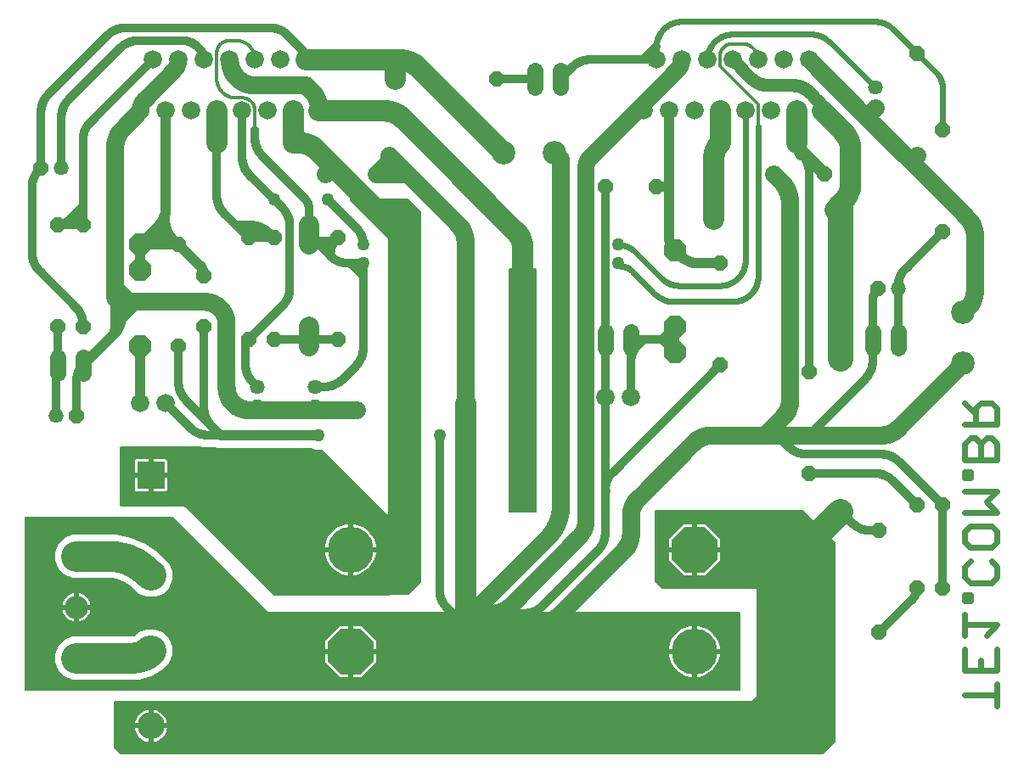
<source format=gbl>
G04 EAGLE Gerber RS-274X export*
G75*
%MOMM*%
%FSLAX34Y34*%
%LPD*%
%INBottom Copper*%
%IPPOS*%
%AMOC8*
5,1,8,0,0,1.08239X$1,22.5*%
G01*
%ADD10C,0.584200*%
%ADD11C,1.828800*%
%ADD12C,2.340000*%
%ADD13C,4.597400*%
%ADD14P,4.976180X8X292.500000*%
%ADD15P,4.976180X8X112.500000*%
%ADD16P,1.583577X8X202.500000*%
%ADD17C,1.463037*%
%ADD18P,1.583577X8X112.500000*%
%ADD19P,1.583577X8X292.500000*%
%ADD20C,1.645919*%
%ADD21P,1.583577X8X22.500000*%
%ADD22P,2.336880X8X292.500000*%
%ADD23P,2.336880X8X112.500000*%
%ADD24C,2.011681*%
%ADD25R,2.718000X2.718000*%
%ADD26C,2.718000*%
%ADD27C,0.812800*%
%ADD28C,1.676400*%
%ADD29P,4.976180X8X22.500000*%
%ADD30C,2.082800*%
%ADD31C,1.270000*%
%ADD32C,1.016000*%
%ADD33C,1.524000*%
%ADD34C,1.778000*%
%ADD35C,1.270000*%
%ADD36C,0.304800*%
%ADD37C,0.609600*%
%ADD38C,2.540000*%
%ADD39C,2.540000*%
%ADD40C,2.032000*%
%ADD41C,3.048000*%

G36*
X724018Y74946D02*
X724018Y74946D01*
X724137Y74953D01*
X724175Y74966D01*
X724216Y74971D01*
X724326Y75014D01*
X724439Y75051D01*
X724474Y75073D01*
X724511Y75088D01*
X724607Y75158D01*
X724708Y75221D01*
X724736Y75251D01*
X724769Y75274D01*
X724845Y75366D01*
X724926Y75453D01*
X724946Y75488D01*
X724971Y75519D01*
X725022Y75627D01*
X725080Y75731D01*
X725090Y75771D01*
X725107Y75807D01*
X725129Y75924D01*
X725159Y76039D01*
X725163Y76100D01*
X725167Y76120D01*
X725165Y76140D01*
X725169Y76200D01*
X725169Y152400D01*
X725154Y152518D01*
X725147Y152637D01*
X725134Y152675D01*
X725129Y152716D01*
X725086Y152826D01*
X725049Y152939D01*
X725027Y152974D01*
X725012Y153011D01*
X724943Y153107D01*
X724879Y153208D01*
X724849Y153236D01*
X724826Y153269D01*
X724734Y153345D01*
X724647Y153426D01*
X724612Y153446D01*
X724581Y153471D01*
X724473Y153522D01*
X724369Y153580D01*
X724329Y153590D01*
X724293Y153607D01*
X724176Y153629D01*
X724061Y153659D01*
X724001Y153663D01*
X723981Y153667D01*
X723960Y153665D01*
X723900Y153669D01*
X254526Y153669D01*
X159648Y248548D01*
X159569Y248608D01*
X159497Y248676D01*
X159444Y248705D01*
X159396Y248742D01*
X159305Y248782D01*
X159219Y248830D01*
X159160Y248845D01*
X159104Y248869D01*
X159006Y248884D01*
X158911Y248909D01*
X158811Y248915D01*
X158790Y248919D01*
X158778Y248917D01*
X158750Y248919D01*
X12700Y248919D01*
X12582Y248904D01*
X12463Y248897D01*
X12425Y248884D01*
X12384Y248879D01*
X12274Y248836D01*
X12161Y248799D01*
X12126Y248777D01*
X12089Y248762D01*
X11993Y248693D01*
X11892Y248629D01*
X11864Y248599D01*
X11831Y248576D01*
X11756Y248484D01*
X11674Y248397D01*
X11654Y248362D01*
X11629Y248331D01*
X11578Y248223D01*
X11520Y248119D01*
X11510Y248079D01*
X11493Y248043D01*
X11471Y247926D01*
X11441Y247811D01*
X11437Y247751D01*
X11433Y247731D01*
X11435Y247710D01*
X11431Y247650D01*
X11431Y76200D01*
X11446Y76082D01*
X11453Y75963D01*
X11466Y75925D01*
X11471Y75884D01*
X11514Y75774D01*
X11551Y75661D01*
X11573Y75626D01*
X11588Y75589D01*
X11658Y75493D01*
X11721Y75392D01*
X11751Y75364D01*
X11774Y75331D01*
X11866Y75256D01*
X11953Y75174D01*
X11988Y75154D01*
X12019Y75129D01*
X12127Y75078D01*
X12231Y75020D01*
X12271Y75010D01*
X12307Y74993D01*
X12424Y74971D01*
X12539Y74941D01*
X12600Y74937D01*
X12620Y74933D01*
X12640Y74935D01*
X12700Y74931D01*
X723900Y74931D01*
X724018Y74946D01*
G37*
G36*
X806548Y11443D02*
X806548Y11443D01*
X806647Y11446D01*
X806705Y11463D01*
X806766Y11471D01*
X806858Y11507D01*
X806953Y11535D01*
X807005Y11565D01*
X807061Y11588D01*
X807141Y11646D01*
X807227Y11696D01*
X807302Y11762D01*
X807319Y11774D01*
X807326Y11784D01*
X807348Y11803D01*
X820048Y24503D01*
X820108Y24581D01*
X820176Y24653D01*
X820198Y24693D01*
X820214Y24712D01*
X820220Y24725D01*
X820242Y24754D01*
X820282Y24845D01*
X820330Y24931D01*
X820345Y24989D01*
X820349Y25000D01*
X820350Y25002D01*
X820369Y25046D01*
X820384Y25144D01*
X820409Y25239D01*
X820415Y25339D01*
X820419Y25360D01*
X820417Y25372D01*
X820419Y25400D01*
X820419Y222250D01*
X820407Y222348D01*
X820404Y222447D01*
X820387Y222505D01*
X820379Y222566D01*
X820343Y222658D01*
X820315Y222753D01*
X820285Y222805D01*
X820262Y222861D01*
X820204Y222941D01*
X820154Y223027D01*
X820088Y223102D01*
X820076Y223119D01*
X820066Y223126D01*
X820048Y223148D01*
X788298Y254898D01*
X788219Y254958D01*
X788147Y255026D01*
X788094Y255055D01*
X788046Y255092D01*
X787955Y255132D01*
X787869Y255180D01*
X787810Y255195D01*
X787754Y255219D01*
X787656Y255234D01*
X787561Y255259D01*
X787461Y255265D01*
X787440Y255269D01*
X787428Y255267D01*
X787400Y255269D01*
X641350Y255269D01*
X641232Y255254D01*
X641113Y255247D01*
X641075Y255234D01*
X641034Y255229D01*
X640924Y255186D01*
X640811Y255149D01*
X640776Y255127D01*
X640739Y255112D01*
X640643Y255043D01*
X640542Y254979D01*
X640514Y254949D01*
X640481Y254926D01*
X640406Y254834D01*
X640324Y254747D01*
X640304Y254712D01*
X640279Y254681D01*
X640228Y254573D01*
X640170Y254469D01*
X640160Y254429D01*
X640143Y254393D01*
X640121Y254276D01*
X640091Y254161D01*
X640087Y254101D01*
X640083Y254081D01*
X640085Y254060D01*
X640081Y254000D01*
X640081Y184150D01*
X640093Y184052D01*
X640096Y183953D01*
X640113Y183895D01*
X640121Y183834D01*
X640157Y183742D01*
X640185Y183647D01*
X640215Y183595D01*
X640238Y183539D01*
X640296Y183459D01*
X640346Y183373D01*
X640412Y183298D01*
X640424Y183281D01*
X640434Y183274D01*
X640453Y183253D01*
X646803Y176903D01*
X646881Y176842D01*
X646953Y176774D01*
X647006Y176745D01*
X647054Y176708D01*
X647145Y176668D01*
X647231Y176620D01*
X647290Y176605D01*
X647346Y176581D01*
X647444Y176566D01*
X647539Y176541D01*
X647639Y176535D01*
X647660Y176531D01*
X647672Y176533D01*
X647700Y176531D01*
X741681Y176531D01*
X741681Y70376D01*
X736074Y64769D01*
X101600Y64769D01*
X101482Y64754D01*
X101363Y64747D01*
X101325Y64734D01*
X101284Y64729D01*
X101174Y64686D01*
X101061Y64649D01*
X101026Y64627D01*
X100989Y64612D01*
X100893Y64543D01*
X100792Y64479D01*
X100764Y64449D01*
X100731Y64426D01*
X100656Y64334D01*
X100574Y64247D01*
X100554Y64212D01*
X100529Y64181D01*
X100478Y64073D01*
X100420Y63969D01*
X100410Y63929D01*
X100393Y63893D01*
X100371Y63776D01*
X100341Y63661D01*
X100337Y63601D01*
X100333Y63581D01*
X100335Y63560D01*
X100334Y63556D01*
X100333Y63551D01*
X100334Y63545D01*
X100331Y63500D01*
X100331Y19050D01*
X100343Y18952D01*
X100346Y18853D01*
X100356Y18818D01*
X100357Y18809D01*
X100364Y18787D01*
X100371Y18734D01*
X100407Y18642D01*
X100435Y18547D01*
X100450Y18520D01*
X100455Y18507D01*
X100470Y18482D01*
X100488Y18439D01*
X100546Y18359D01*
X100596Y18273D01*
X100620Y18247D01*
X100625Y18238D01*
X100637Y18227D01*
X100662Y18198D01*
X100674Y18181D01*
X100684Y18174D01*
X100703Y18153D01*
X107053Y11803D01*
X107131Y11742D01*
X107203Y11674D01*
X107256Y11645D01*
X107304Y11608D01*
X107395Y11568D01*
X107481Y11520D01*
X107540Y11505D01*
X107596Y11481D01*
X107694Y11466D01*
X107789Y11441D01*
X107889Y11435D01*
X107910Y11431D01*
X107922Y11433D01*
X107950Y11431D01*
X806450Y11431D01*
X806548Y11443D01*
G37*
G36*
X374768Y170196D02*
X374768Y170196D01*
X374887Y170203D01*
X374925Y170216D01*
X374966Y170221D01*
X375076Y170264D01*
X375189Y170301D01*
X375224Y170323D01*
X375261Y170338D01*
X375357Y170408D01*
X375458Y170471D01*
X375486Y170501D01*
X375519Y170524D01*
X375595Y170616D01*
X375663Y170689D01*
X393700Y170689D01*
X393790Y170704D01*
X393881Y170711D01*
X393911Y170723D01*
X393943Y170729D01*
X394023Y170771D01*
X394107Y170807D01*
X394139Y170833D01*
X394160Y170844D01*
X394182Y170867D01*
X394238Y170912D01*
X406938Y183612D01*
X406991Y183686D01*
X407051Y183755D01*
X407063Y183785D01*
X407082Y183811D01*
X407109Y183898D01*
X407143Y183983D01*
X407147Y184024D01*
X407154Y184047D01*
X407153Y184079D01*
X407161Y184150D01*
X407161Y552705D01*
X407147Y552795D01*
X407139Y552886D01*
X407127Y552916D01*
X407122Y552948D01*
X407079Y553029D01*
X407043Y553113D01*
X407017Y553145D01*
X407006Y553165D01*
X406983Y553188D01*
X406938Y553244D01*
X394494Y565688D01*
X394420Y565741D01*
X394350Y565801D01*
X394320Y565813D01*
X394294Y565832D01*
X394207Y565859D01*
X394122Y565893D01*
X394081Y565897D01*
X394059Y565904D01*
X394027Y565903D01*
X393955Y565911D01*
X336550Y565911D01*
X336479Y565900D01*
X336408Y565898D01*
X336359Y565880D01*
X336307Y565872D01*
X336244Y565838D01*
X336177Y565813D01*
X336136Y565781D01*
X336090Y565756D01*
X336041Y565705D01*
X335985Y565660D01*
X335956Y565616D01*
X335921Y565578D01*
X335890Y565513D01*
X335852Y565453D01*
X335839Y565402D01*
X335817Y565355D01*
X335809Y565284D01*
X335791Y565214D01*
X335796Y565162D01*
X335790Y565111D01*
X335805Y565040D01*
X335811Y564969D01*
X335831Y564921D01*
X335842Y564870D01*
X335879Y564809D01*
X335907Y564743D01*
X335952Y564687D01*
X335968Y564659D01*
X335986Y564644D01*
X336012Y564612D01*
X373889Y526735D01*
X373889Y250206D01*
X308745Y315350D01*
X308667Y315410D01*
X308595Y315478D01*
X308542Y315507D01*
X308494Y315544D01*
X308403Y315584D01*
X308317Y315632D01*
X308258Y315647D01*
X308202Y315671D01*
X308104Y315686D01*
X308009Y315711D01*
X307909Y315717D01*
X307888Y315721D01*
X307876Y315719D01*
X307848Y315721D01*
X301920Y315721D01*
X299087Y316895D01*
X299078Y316897D01*
X299070Y316902D01*
X298925Y316939D01*
X298780Y316979D01*
X298771Y316979D01*
X298762Y316981D01*
X298602Y316991D01*
X204744Y316991D01*
X202524Y317911D01*
X202515Y317913D01*
X202507Y317918D01*
X202362Y317955D01*
X202217Y317995D01*
X202208Y317995D01*
X202199Y317997D01*
X202038Y318007D01*
X189722Y318007D01*
X187040Y318726D01*
X186955Y318738D01*
X186872Y318759D01*
X186735Y318768D01*
X186724Y318769D01*
X186720Y318769D01*
X186711Y318769D01*
X107950Y318769D01*
X107832Y318754D01*
X107713Y318747D01*
X107675Y318734D01*
X107634Y318729D01*
X107524Y318686D01*
X107411Y318649D01*
X107376Y318627D01*
X107339Y318612D01*
X107243Y318543D01*
X107142Y318479D01*
X107114Y318449D01*
X107081Y318426D01*
X107006Y318334D01*
X106924Y318247D01*
X106904Y318212D01*
X106879Y318181D01*
X106828Y318073D01*
X106770Y317969D01*
X106760Y317929D01*
X106743Y317893D01*
X106721Y317776D01*
X106691Y317661D01*
X106687Y317601D01*
X106683Y317581D01*
X106685Y317560D01*
X106681Y317500D01*
X106681Y260350D01*
X106696Y260232D01*
X106703Y260113D01*
X106716Y260075D01*
X106721Y260034D01*
X106764Y259924D01*
X106801Y259811D01*
X106823Y259776D01*
X106838Y259739D01*
X106908Y259643D01*
X106971Y259542D01*
X107001Y259514D01*
X107024Y259481D01*
X107116Y259406D01*
X107203Y259324D01*
X107238Y259304D01*
X107269Y259279D01*
X107377Y259228D01*
X107481Y259170D01*
X107521Y259160D01*
X107557Y259143D01*
X107674Y259121D01*
X107789Y259091D01*
X107850Y259087D01*
X107870Y259083D01*
X107890Y259085D01*
X107950Y259081D01*
X170924Y259081D01*
X259453Y170553D01*
X259531Y170492D01*
X259603Y170424D01*
X259656Y170395D01*
X259704Y170358D01*
X259795Y170318D01*
X259881Y170270D01*
X259940Y170255D01*
X259996Y170231D01*
X260094Y170216D01*
X260189Y170191D01*
X260289Y170185D01*
X260310Y170181D01*
X260322Y170183D01*
X260350Y170181D01*
X374650Y170181D01*
X374768Y170196D01*
G37*
G36*
X520818Y252746D02*
X520818Y252746D01*
X520937Y252753D01*
X520975Y252766D01*
X521016Y252771D01*
X521126Y252814D01*
X521239Y252851D01*
X521274Y252873D01*
X521311Y252888D01*
X521407Y252958D01*
X521508Y253021D01*
X521536Y253051D01*
X521569Y253074D01*
X521645Y253166D01*
X521726Y253253D01*
X521746Y253288D01*
X521771Y253319D01*
X521822Y253427D01*
X521880Y253531D01*
X521890Y253571D01*
X521907Y253607D01*
X521929Y253724D01*
X521959Y253839D01*
X521963Y253900D01*
X521967Y253920D01*
X521965Y253940D01*
X521969Y254000D01*
X521969Y495300D01*
X521954Y495418D01*
X521947Y495537D01*
X521934Y495575D01*
X521929Y495616D01*
X521886Y495726D01*
X521849Y495839D01*
X521827Y495874D01*
X521812Y495911D01*
X521743Y496007D01*
X521679Y496108D01*
X521649Y496136D01*
X521626Y496169D01*
X521534Y496245D01*
X521447Y496326D01*
X521412Y496346D01*
X521381Y496371D01*
X521273Y496422D01*
X521169Y496480D01*
X521129Y496490D01*
X521093Y496507D01*
X520976Y496529D01*
X520861Y496559D01*
X520801Y496563D01*
X520781Y496567D01*
X520760Y496565D01*
X520700Y496569D01*
X495300Y496569D01*
X495182Y496554D01*
X495063Y496547D01*
X495025Y496534D01*
X494984Y496529D01*
X494874Y496486D01*
X494761Y496449D01*
X494726Y496427D01*
X494689Y496412D01*
X494593Y496343D01*
X494492Y496279D01*
X494464Y496249D01*
X494431Y496226D01*
X494356Y496134D01*
X494274Y496047D01*
X494254Y496012D01*
X494229Y495981D01*
X494178Y495873D01*
X494120Y495769D01*
X494110Y495729D01*
X494093Y495693D01*
X494071Y495576D01*
X494041Y495461D01*
X494037Y495401D01*
X494033Y495381D01*
X494035Y495360D01*
X494031Y495300D01*
X494031Y254000D01*
X494046Y253882D01*
X494053Y253763D01*
X494066Y253725D01*
X494071Y253684D01*
X494114Y253574D01*
X494151Y253461D01*
X494173Y253426D01*
X494188Y253389D01*
X494258Y253293D01*
X494321Y253192D01*
X494351Y253164D01*
X494374Y253131D01*
X494466Y253056D01*
X494553Y252974D01*
X494588Y252954D01*
X494619Y252929D01*
X494727Y252878D01*
X494831Y252820D01*
X494871Y252810D01*
X494907Y252793D01*
X495024Y252771D01*
X495139Y252741D01*
X495200Y252737D01*
X495220Y252733D01*
X495240Y252735D01*
X495300Y252731D01*
X520700Y252731D01*
X520818Y252746D01*
G37*
%LPC*%
G36*
X133306Y168763D02*
X133306Y168763D01*
X125464Y172012D01*
X122443Y175032D01*
X119627Y177848D01*
X119614Y177859D01*
X119582Y177891D01*
X117150Y180096D01*
X117139Y180103D01*
X117130Y180113D01*
X117003Y180210D01*
X111550Y183854D01*
X111510Y183874D01*
X111475Y183900D01*
X111330Y183971D01*
X105271Y186481D01*
X105228Y186493D01*
X105189Y186512D01*
X105033Y186553D01*
X98601Y187833D01*
X98588Y187834D01*
X98575Y187837D01*
X98415Y187856D01*
X95136Y188017D01*
X95119Y188015D01*
X95074Y188018D01*
X59061Y188018D01*
X51219Y191267D01*
X45217Y197269D01*
X41968Y205111D01*
X41968Y213599D01*
X45217Y221441D01*
X51219Y227443D01*
X59061Y230692D01*
X102697Y230692D01*
X117650Y227717D01*
X131735Y221883D01*
X144412Y213413D01*
X149802Y208023D01*
X155638Y202186D01*
X158887Y194344D01*
X158887Y185856D01*
X155638Y178014D01*
X149636Y172012D01*
X141794Y168763D01*
X133306Y168763D01*
G37*
%LPD*%
%LPC*%
G36*
X59061Y86418D02*
X59061Y86418D01*
X51219Y89667D01*
X45217Y95669D01*
X41968Y103511D01*
X41968Y111999D01*
X45217Y119841D01*
X51219Y125843D01*
X59061Y129092D01*
X119817Y129092D01*
X119838Y129094D01*
X119900Y129094D01*
X120223Y129116D01*
X120267Y129124D01*
X120311Y129124D01*
X120469Y129156D01*
X121092Y129323D01*
X121171Y129355D01*
X121254Y129378D01*
X121376Y129439D01*
X121386Y129443D01*
X121390Y129446D01*
X121398Y129450D01*
X121957Y129772D01*
X121992Y129799D01*
X122031Y129819D01*
X122159Y129917D01*
X122402Y130131D01*
X122416Y130146D01*
X122463Y130187D01*
X125464Y133188D01*
X133306Y136437D01*
X141794Y136437D01*
X149636Y133188D01*
X155638Y127186D01*
X158887Y119344D01*
X158887Y110856D01*
X155638Y103014D01*
X152638Y100013D01*
X152637Y100013D01*
X148317Y95692D01*
X137733Y89581D01*
X125928Y86418D01*
X59061Y86418D01*
G37*
%LPD*%
%LPC*%
G36*
X681989Y218439D02*
X681989Y218439D01*
X681989Y241428D01*
X690024Y241428D01*
X704978Y226474D01*
X704978Y218439D01*
X681989Y218439D01*
G37*
%LPD*%
%LPC*%
G36*
X339089Y116839D02*
X339089Y116839D01*
X339089Y139828D01*
X347124Y139828D01*
X362078Y124874D01*
X362078Y116839D01*
X339089Y116839D01*
G37*
%LPD*%
%LPC*%
G36*
X653922Y218439D02*
X653922Y218439D01*
X653922Y226474D01*
X668876Y241428D01*
X676911Y241428D01*
X676911Y218439D01*
X653922Y218439D01*
G37*
%LPD*%
%LPC*%
G36*
X311022Y116839D02*
X311022Y116839D01*
X311022Y124874D01*
X325976Y139828D01*
X334011Y139828D01*
X334011Y116839D01*
X311022Y116839D01*
G37*
%LPD*%
%LPC*%
G36*
X681989Y190372D02*
X681989Y190372D01*
X681989Y213361D01*
X704978Y213361D01*
X704978Y205326D01*
X690024Y190372D01*
X681989Y190372D01*
G37*
%LPD*%
%LPC*%
G36*
X339089Y88772D02*
X339089Y88772D01*
X339089Y111761D01*
X362078Y111761D01*
X362078Y103726D01*
X347124Y88772D01*
X339089Y88772D01*
G37*
%LPD*%
%LPC*%
G36*
X668876Y190372D02*
X668876Y190372D01*
X653922Y205326D01*
X653922Y213361D01*
X676911Y213361D01*
X676911Y190372D01*
X668876Y190372D01*
G37*
%LPD*%
%LPC*%
G36*
X325976Y88772D02*
X325976Y88772D01*
X311022Y103726D01*
X311022Y111761D01*
X334011Y111761D01*
X334011Y88772D01*
X325976Y88772D01*
G37*
%LPD*%
%LPC*%
G36*
X339089Y218439D02*
X339089Y218439D01*
X339089Y241303D01*
X340833Y241107D01*
X343628Y240469D01*
X346334Y239522D01*
X348918Y238278D01*
X351345Y236752D01*
X353587Y234965D01*
X355615Y232937D01*
X357402Y230695D01*
X358928Y228268D01*
X360172Y225684D01*
X361119Y222978D01*
X361757Y220183D01*
X361953Y218439D01*
X339089Y218439D01*
G37*
%LPD*%
%LPC*%
G36*
X681989Y116839D02*
X681989Y116839D01*
X681989Y139703D01*
X683733Y139507D01*
X686528Y138869D01*
X689234Y137922D01*
X691818Y136678D01*
X694245Y135152D01*
X696487Y133365D01*
X698515Y131337D01*
X700302Y129095D01*
X701828Y126668D01*
X703072Y124084D01*
X704019Y121378D01*
X704657Y118583D01*
X704853Y116839D01*
X681989Y116839D01*
G37*
%LPD*%
%LPC*%
G36*
X654047Y116839D02*
X654047Y116839D01*
X654243Y118583D01*
X654881Y121378D01*
X655828Y124084D01*
X657072Y126668D01*
X658598Y129095D01*
X660385Y131337D01*
X662413Y133365D01*
X664655Y135152D01*
X667082Y136678D01*
X669666Y137922D01*
X672372Y138869D01*
X675167Y139507D01*
X676911Y139703D01*
X676911Y116839D01*
X654047Y116839D01*
G37*
%LPD*%
%LPC*%
G36*
X311147Y218439D02*
X311147Y218439D01*
X311343Y220183D01*
X311981Y222978D01*
X312928Y225684D01*
X314172Y228268D01*
X315698Y230695D01*
X317485Y232937D01*
X319513Y234965D01*
X321755Y236752D01*
X324182Y238278D01*
X326766Y239522D01*
X329472Y240469D01*
X332267Y241107D01*
X334011Y241303D01*
X334011Y218439D01*
X311147Y218439D01*
G37*
%LPD*%
%LPC*%
G36*
X339089Y213361D02*
X339089Y213361D01*
X361953Y213361D01*
X361757Y211617D01*
X361119Y208822D01*
X360172Y206116D01*
X358928Y203532D01*
X357402Y201105D01*
X355615Y198863D01*
X353587Y196835D01*
X351345Y195048D01*
X348918Y193522D01*
X346334Y192278D01*
X343628Y191331D01*
X340833Y190693D01*
X339089Y190497D01*
X339089Y213361D01*
G37*
%LPD*%
%LPC*%
G36*
X681989Y111761D02*
X681989Y111761D01*
X704853Y111761D01*
X704657Y110017D01*
X704019Y107222D01*
X703072Y104516D01*
X701828Y101932D01*
X700302Y99505D01*
X698515Y97263D01*
X696487Y95235D01*
X694245Y93448D01*
X691818Y91922D01*
X689234Y90678D01*
X686528Y89731D01*
X683733Y89093D01*
X681989Y88897D01*
X681989Y111761D01*
G37*
%LPD*%
%LPC*%
G36*
X332267Y190693D02*
X332267Y190693D01*
X329472Y191331D01*
X326766Y192278D01*
X324182Y193522D01*
X321755Y195048D01*
X319513Y196835D01*
X317485Y198863D01*
X315698Y201105D01*
X314172Y203532D01*
X312928Y206116D01*
X311981Y208822D01*
X311343Y211617D01*
X311147Y213361D01*
X334011Y213361D01*
X334011Y190497D01*
X332267Y190693D01*
G37*
%LPD*%
%LPC*%
G36*
X675167Y89093D02*
X675167Y89093D01*
X672372Y89731D01*
X669666Y90678D01*
X667082Y91922D01*
X664655Y93448D01*
X662413Y95235D01*
X660385Y97263D01*
X658598Y99505D01*
X657072Y101932D01*
X655828Y104516D01*
X654881Y107222D01*
X654243Y110017D01*
X654047Y111761D01*
X676911Y111761D01*
X676911Y88897D01*
X675167Y89093D01*
G37*
%LPD*%
%LPC*%
G36*
X140089Y292639D02*
X140089Y292639D01*
X140089Y306231D01*
X151474Y306231D01*
X152121Y306058D01*
X152700Y305723D01*
X153173Y305250D01*
X153508Y304671D01*
X153681Y304024D01*
X153681Y292639D01*
X140089Y292639D01*
G37*
%LPD*%
%LPC*%
G36*
X121419Y292639D02*
X121419Y292639D01*
X121419Y304024D01*
X121592Y304671D01*
X121927Y305250D01*
X122400Y305723D01*
X122979Y306058D01*
X123626Y306231D01*
X135011Y306231D01*
X135011Y292639D01*
X121419Y292639D01*
G37*
%LPD*%
%LPC*%
G36*
X140089Y273969D02*
X140089Y273969D01*
X140089Y287561D01*
X153681Y287561D01*
X153681Y276176D01*
X153508Y275529D01*
X153173Y274950D01*
X152700Y274477D01*
X152121Y274142D01*
X151474Y273969D01*
X140089Y273969D01*
G37*
%LPD*%
%LPC*%
G36*
X123626Y273969D02*
X123626Y273969D01*
X122979Y274142D01*
X122400Y274477D01*
X121927Y274950D01*
X121592Y275529D01*
X121419Y276176D01*
X121419Y287561D01*
X135011Y287561D01*
X135011Y273969D01*
X123626Y273969D01*
G37*
%LPD*%
%LPC*%
G36*
X140089Y42639D02*
X140089Y42639D01*
X140089Y56036D01*
X140704Y55955D01*
X142746Y55407D01*
X144700Y54598D01*
X146531Y53541D01*
X148209Y52254D01*
X149704Y50759D01*
X150991Y49081D01*
X152048Y47250D01*
X152857Y45296D01*
X153405Y43254D01*
X153486Y42639D01*
X140089Y42639D01*
G37*
%LPD*%
%LPC*%
G36*
X121614Y42639D02*
X121614Y42639D01*
X121695Y43254D01*
X122243Y45296D01*
X123052Y47250D01*
X124109Y49081D01*
X125396Y50759D01*
X126891Y52254D01*
X128569Y53541D01*
X130400Y54598D01*
X132354Y55407D01*
X134396Y55955D01*
X135011Y56036D01*
X135011Y42639D01*
X121614Y42639D01*
G37*
%LPD*%
%LPC*%
G36*
X140089Y37561D02*
X140089Y37561D01*
X153486Y37561D01*
X153405Y36946D01*
X152857Y34904D01*
X152048Y32950D01*
X150991Y31119D01*
X149704Y29441D01*
X148209Y27946D01*
X146531Y26659D01*
X144700Y25602D01*
X142746Y24793D01*
X140704Y24245D01*
X140089Y24164D01*
X140089Y37561D01*
G37*
%LPD*%
%LPC*%
G36*
X134396Y24245D02*
X134396Y24245D01*
X132354Y24793D01*
X130400Y25602D01*
X128569Y26659D01*
X126891Y27946D01*
X125396Y29441D01*
X124109Y31119D01*
X123052Y32950D01*
X122243Y34904D01*
X121695Y36946D01*
X121614Y37561D01*
X135011Y37561D01*
X135011Y24164D01*
X134396Y24245D01*
G37*
%LPD*%
%LPC*%
G36*
X65844Y161094D02*
X65844Y161094D01*
X65844Y172571D01*
X66640Y172445D01*
X68772Y171752D01*
X70769Y170735D01*
X72582Y169417D01*
X74167Y167832D01*
X75485Y166019D01*
X76502Y164021D01*
X77195Y161890D01*
X77321Y161094D01*
X65844Y161094D01*
G37*
%LPD*%
%LPC*%
G36*
X65844Y156016D02*
X65844Y156016D01*
X77321Y156016D01*
X77195Y155220D01*
X76502Y153088D01*
X75485Y151091D01*
X74167Y149278D01*
X72582Y147693D01*
X70769Y146375D01*
X68772Y145358D01*
X66640Y144665D01*
X65844Y144539D01*
X65844Y156016D01*
G37*
%LPD*%
%LPC*%
G36*
X49289Y161094D02*
X49289Y161094D01*
X49415Y161890D01*
X50108Y164021D01*
X51125Y166019D01*
X52443Y167832D01*
X54028Y169417D01*
X55841Y170735D01*
X57838Y171752D01*
X59970Y172445D01*
X60766Y172571D01*
X60766Y161094D01*
X49289Y161094D01*
G37*
%LPD*%
%LPC*%
G36*
X59970Y144665D02*
X59970Y144665D01*
X57838Y145358D01*
X55841Y146375D01*
X54028Y147693D01*
X52443Y149278D01*
X51125Y151091D01*
X50108Y153088D01*
X49415Y155220D01*
X49289Y156016D01*
X60766Y156016D01*
X60766Y144539D01*
X59970Y144665D01*
G37*
%LPD*%
%LPC*%
G36*
X679449Y114299D02*
X679449Y114299D01*
X679449Y114301D01*
X679451Y114301D01*
X679451Y114299D01*
X679449Y114299D01*
G37*
%LPD*%
%LPC*%
G36*
X336549Y114299D02*
X336549Y114299D01*
X336549Y114301D01*
X336551Y114301D01*
X336551Y114299D01*
X336549Y114299D01*
G37*
%LPD*%
%LPC*%
G36*
X336549Y215899D02*
X336549Y215899D01*
X336549Y215901D01*
X336551Y215901D01*
X336551Y215899D01*
X336549Y215899D01*
G37*
%LPD*%
%LPC*%
G36*
X679449Y215899D02*
X679449Y215899D01*
X679449Y215901D01*
X679451Y215901D01*
X679451Y215899D01*
X679449Y215899D01*
G37*
%LPD*%
%LPC*%
G36*
X137549Y290099D02*
X137549Y290099D01*
X137549Y290101D01*
X137551Y290101D01*
X137551Y290099D01*
X137549Y290099D01*
G37*
%LPD*%
%LPC*%
G36*
X137549Y40099D02*
X137549Y40099D01*
X137549Y40101D01*
X137551Y40101D01*
X137551Y40099D01*
X137549Y40099D01*
G37*
%LPD*%
%LPC*%
G36*
X63304Y158554D02*
X63304Y158554D01*
X63304Y158556D01*
X63306Y158556D01*
X63306Y158554D01*
X63304Y158554D01*
G37*
%LPD*%
D10*
X949071Y70833D02*
X981357Y70833D01*
X981357Y60071D02*
X981357Y81595D01*
X981357Y95153D02*
X981357Y116677D01*
X981357Y95153D02*
X949071Y95153D01*
X949071Y116677D01*
X965214Y105915D02*
X965214Y95153D01*
X970595Y130235D02*
X981357Y140997D01*
X949071Y140997D01*
X949071Y130235D02*
X949071Y151759D01*
X949071Y165317D02*
X954452Y165317D01*
X954452Y170698D01*
X949071Y170698D01*
X949071Y165317D01*
X981357Y199001D02*
X975976Y204382D01*
X981357Y199001D02*
X981357Y188239D01*
X975976Y182858D01*
X954452Y182858D01*
X949071Y188239D01*
X949071Y199001D01*
X954452Y204382D01*
X981357Y223321D02*
X981357Y234083D01*
X981357Y223321D02*
X975976Y217940D01*
X954452Y217940D01*
X949071Y223321D01*
X949071Y234083D01*
X954452Y239464D01*
X975976Y239464D01*
X981357Y234083D01*
X981357Y253022D02*
X949071Y253022D01*
X970595Y263784D02*
X981357Y253022D01*
X970595Y263784D02*
X981357Y274546D01*
X949071Y274546D01*
X949071Y288104D02*
X954452Y288104D01*
X954452Y293485D01*
X949071Y293485D01*
X949071Y288104D01*
X949071Y305645D02*
X981357Y305645D01*
X981357Y321788D01*
X975976Y327168D01*
X970595Y327168D01*
X965214Y321788D01*
X959833Y327168D01*
X954452Y327168D01*
X949071Y321788D01*
X949071Y305645D01*
X965214Y305645D02*
X965214Y321788D01*
X949071Y340727D02*
X981357Y340727D01*
X981357Y356870D01*
X975976Y362250D01*
X965214Y362250D01*
X959833Y356870D01*
X959833Y340727D01*
X959833Y351489D02*
X949071Y362250D01*
D11*
X215900Y704850D03*
X228600Y654050D03*
X241300Y704850D03*
X254000Y654050D03*
X266700Y704850D03*
X279400Y654050D03*
X203200Y654050D03*
X190500Y704850D03*
X177800Y654050D03*
X165100Y704850D03*
X152400Y654050D03*
X292100Y704850D03*
X304800Y654050D03*
X139700Y704850D03*
X127000Y654050D03*
X717550Y704850D03*
X730250Y654050D03*
X742950Y704850D03*
X755650Y654050D03*
X768350Y704850D03*
X781050Y654050D03*
X704850Y654050D03*
X692150Y704850D03*
X679450Y654050D03*
X666750Y704850D03*
X654050Y654050D03*
X793750Y704850D03*
X806450Y654050D03*
X641350Y704850D03*
X628650Y654050D03*
D12*
X63305Y209355D03*
X63305Y158555D03*
X63305Y107755D03*
D13*
X336550Y215900D03*
D14*
X336550Y114300D03*
D13*
X679450Y114300D03*
D15*
X679450Y215900D03*
D16*
X27940Y596900D03*
D17*
X48260Y596900D03*
D18*
X69850Y438150D03*
X69850Y539750D03*
D19*
X44450Y539750D03*
X44450Y438150D03*
X165100Y520700D03*
X165100Y419100D03*
D18*
X901700Y609600D03*
X901700Y711200D03*
D19*
X927100Y635000D03*
X927100Y533400D03*
X704850Y501650D03*
X704850Y400050D03*
X323850Y527050D03*
X323850Y425450D03*
D18*
X260350Y425450D03*
X260350Y527050D03*
X234950Y425450D03*
X234950Y527050D03*
D11*
X152400Y361950D03*
X127000Y361950D03*
X590550Y368300D03*
X615950Y368300D03*
D20*
X857250Y417220D02*
X857250Y433680D01*
X882650Y433680D02*
X882650Y417220D01*
X69850Y408280D02*
X69850Y391820D01*
X44450Y391820D02*
X44450Y408280D01*
D19*
X300990Y358140D03*
D17*
X300990Y378460D03*
D21*
X63500Y349250D03*
D17*
X43180Y349250D03*
D19*
X243840Y358140D03*
D17*
X243840Y378460D03*
D16*
X862330Y476250D03*
D17*
X882650Y476250D03*
D21*
X381000Y685800D03*
X482600Y685800D03*
D19*
X859790Y656590D03*
D17*
X859790Y676910D03*
D20*
X520700Y677570D02*
X520700Y694030D01*
X546100Y694030D02*
X546100Y677570D01*
X615950Y433680D02*
X615950Y417220D01*
X590550Y417220D02*
X590550Y433680D01*
D12*
X947075Y401775D03*
X947075Y452575D03*
D21*
X374650Y609600D03*
X425450Y609600D03*
D22*
X660400Y514350D03*
X660400Y412750D03*
X660400Y438150D03*
D21*
X774700Y558800D03*
X825500Y558800D03*
D16*
X361950Y590550D03*
X311150Y590550D03*
D21*
X758825Y590550D03*
X809625Y590550D03*
D23*
X127000Y419100D03*
X127000Y520700D03*
X127000Y495300D03*
D24*
X295275Y438683D02*
X295275Y418567D01*
X295275Y520167D02*
X295275Y540283D01*
D12*
X488950Y612250D03*
X539750Y612250D03*
D21*
X901700Y260350D03*
X927100Y260350D03*
D16*
X927100Y177800D03*
X901700Y177800D03*
D18*
X863600Y133350D03*
X863600Y234950D03*
X793750Y292100D03*
X793750Y393700D03*
X190500Y438150D03*
X190500Y488950D03*
D21*
X590550Y577850D03*
X641350Y577850D03*
D25*
X137550Y290100D03*
D26*
X137550Y190100D03*
X137550Y115100D03*
X137550Y40100D03*
D27*
X63500Y539750D02*
X44450Y539750D01*
X63500Y539750D02*
X69850Y539750D01*
X69850Y558800D01*
X69850Y624479D01*
X69858Y625102D01*
X69881Y625725D01*
X69919Y626348D01*
X69972Y626969D01*
X70041Y627588D01*
X70125Y628206D01*
X70224Y628821D01*
X70338Y629434D01*
X70467Y630044D01*
X70611Y630651D01*
X70770Y631254D01*
X70944Y631852D01*
X71132Y632447D01*
X71335Y633036D01*
X71552Y633620D01*
X71783Y634199D01*
X72029Y634772D01*
X72289Y635339D01*
X72562Y635899D01*
X72849Y636452D01*
X73150Y636999D01*
X73464Y637537D01*
X73791Y638068D01*
X74131Y638590D01*
X74483Y639105D01*
X74849Y639610D01*
X75226Y640106D01*
X75616Y640593D01*
X76017Y641070D01*
X76430Y641537D01*
X76854Y641993D01*
X77289Y642440D01*
X77290Y642440D02*
X139700Y704850D01*
X55290Y544240D02*
X55021Y543977D01*
X54745Y543721D01*
X54463Y543472D01*
X54175Y543230D01*
X53881Y542995D01*
X53582Y542767D01*
X53277Y542546D01*
X52967Y542334D01*
X52652Y542128D01*
X52331Y541931D01*
X52006Y541742D01*
X51677Y541560D01*
X51343Y541387D01*
X51004Y541222D01*
X50662Y541065D01*
X50317Y540917D01*
X49967Y540777D01*
X49615Y540646D01*
X49259Y540524D01*
X48900Y540410D01*
X48539Y540305D01*
X48175Y540209D01*
X47809Y540122D01*
X47441Y540045D01*
X47071Y539976D01*
X46699Y539916D01*
X46327Y539865D01*
X45953Y539824D01*
X45578Y539792D01*
X45202Y539768D01*
X44826Y539755D01*
X44450Y539750D01*
X55290Y544240D02*
X66675Y555625D01*
X69850Y558800D01*
X66675Y555625D02*
X66675Y547415D01*
X66672Y547157D01*
X66663Y546899D01*
X66647Y546642D01*
X66626Y546385D01*
X66598Y546128D01*
X66565Y545872D01*
X66525Y545617D01*
X66479Y545364D01*
X66427Y545111D01*
X66369Y544859D01*
X66306Y544609D01*
X66236Y544361D01*
X66160Y544114D01*
X66079Y543870D01*
X65992Y543627D01*
X65899Y543386D01*
X65800Y543148D01*
X65695Y542912D01*
X65585Y542679D01*
X65470Y542448D01*
X65349Y542220D01*
X65223Y541995D01*
X65091Y541773D01*
X64954Y541554D01*
X64812Y541339D01*
X64665Y541127D01*
X64513Y540919D01*
X64356Y540714D01*
X64194Y540513D01*
X64027Y540316D01*
X63856Y540123D01*
X63680Y539935D01*
X63500Y539750D01*
X43180Y396984D02*
X43180Y349250D01*
X43180Y396984D02*
X43182Y397115D01*
X43188Y397246D01*
X43198Y397376D01*
X43212Y397507D01*
X43229Y397636D01*
X43251Y397766D01*
X43277Y397894D01*
X43306Y398022D01*
X43339Y398148D01*
X43376Y398274D01*
X43417Y398398D01*
X43462Y398522D01*
X43510Y398643D01*
X43562Y398764D01*
X43618Y398882D01*
X43677Y398999D01*
X43739Y399114D01*
X43805Y399227D01*
X43875Y399338D01*
X43948Y399447D01*
X44024Y399554D01*
X44103Y399658D01*
X44185Y399760D01*
X44270Y399859D01*
X44359Y399956D01*
X44450Y400050D01*
X44450Y438150D01*
D28*
X160610Y694010D02*
X160865Y694271D01*
X161113Y694538D01*
X161356Y694811D01*
X161591Y695090D01*
X161820Y695374D01*
X162042Y695663D01*
X162257Y695958D01*
X162466Y696257D01*
X162666Y696562D01*
X162860Y696871D01*
X163046Y697185D01*
X163225Y697503D01*
X163396Y697825D01*
X163559Y698152D01*
X163715Y698482D01*
X163862Y698815D01*
X164002Y699152D01*
X164133Y699493D01*
X164257Y699836D01*
X164372Y700182D01*
X164479Y700531D01*
X164578Y700882D01*
X164668Y701236D01*
X164750Y701591D01*
X164823Y701949D01*
X164888Y702308D01*
X164944Y702668D01*
X164992Y703030D01*
X165031Y703393D01*
X165061Y703756D01*
X165083Y704121D01*
X165096Y704485D01*
X165100Y704850D01*
X131490Y664890D02*
X131227Y664621D01*
X130971Y664345D01*
X130722Y664063D01*
X130480Y663775D01*
X130245Y663481D01*
X130017Y663182D01*
X129796Y662877D01*
X129584Y662567D01*
X129378Y662252D01*
X129181Y661931D01*
X128992Y661606D01*
X128810Y661277D01*
X128637Y660943D01*
X128472Y660604D01*
X128315Y660262D01*
X128167Y659917D01*
X128027Y659567D01*
X127896Y659215D01*
X127774Y658859D01*
X127660Y658500D01*
X127555Y658139D01*
X127459Y657775D01*
X127372Y657409D01*
X127295Y657041D01*
X127226Y656671D01*
X127166Y656299D01*
X127115Y655927D01*
X127074Y655553D01*
X127042Y655178D01*
X127018Y654802D01*
X127005Y654426D01*
X127000Y654050D01*
X131490Y664890D02*
X160610Y694010D01*
D29*
X444500Y114300D03*
D30*
X450850Y133350D02*
X450850Y139700D01*
X450850Y152400D01*
X450850Y361950D01*
D27*
X300990Y358140D02*
X243840Y358140D01*
X300990Y358140D02*
X336768Y358140D01*
X336981Y358137D01*
X337194Y358130D01*
X337406Y358117D01*
X337618Y358098D01*
X337830Y358075D01*
X338040Y358046D01*
X338251Y358012D01*
X338460Y357973D01*
X338668Y357929D01*
X338875Y357880D01*
X339081Y357826D01*
X339285Y357767D01*
X339488Y357702D01*
X339690Y357633D01*
X339889Y357559D01*
X340087Y357480D01*
X340282Y357396D01*
X340476Y357307D01*
X340667Y357214D01*
X340856Y357116D01*
X341042Y357013D01*
X341226Y356906D01*
X341408Y356795D01*
X341586Y356679D01*
X341761Y356558D01*
X341934Y356433D01*
X342103Y356305D01*
X342269Y356172D01*
X342432Y356035D01*
X342592Y355894D01*
X342748Y355749D01*
X342900Y355600D01*
D31*
X425450Y330200D03*
D32*
X457200Y152400D02*
X456839Y152031D01*
X456488Y151653D01*
X456145Y151267D01*
X455812Y150873D01*
X455488Y150472D01*
X455174Y150062D01*
X454870Y149646D01*
X454576Y149222D01*
X454292Y148791D01*
X454018Y148354D01*
X453755Y147910D01*
X453502Y147460D01*
X453260Y147004D01*
X453029Y146543D01*
X452809Y146076D01*
X452600Y145604D01*
X452403Y145128D01*
X452217Y144646D01*
X452042Y144161D01*
X451879Y143671D01*
X451728Y143178D01*
X451589Y142681D01*
X451461Y142181D01*
X451345Y141678D01*
X451242Y141173D01*
X451150Y140665D01*
X451071Y140155D01*
X451003Y139644D01*
X450948Y139131D01*
X450905Y138617D01*
X450875Y138102D01*
X450856Y137586D01*
X450850Y137070D01*
X450850Y133350D01*
D27*
X425450Y175621D02*
X425450Y330200D01*
X425450Y175621D02*
X425458Y174998D01*
X425481Y174375D01*
X425519Y173752D01*
X425572Y173131D01*
X425641Y172512D01*
X425725Y171894D01*
X425824Y171279D01*
X425938Y170666D01*
X426067Y170056D01*
X426211Y169449D01*
X426370Y168846D01*
X426544Y168248D01*
X426732Y167653D01*
X426935Y167064D01*
X427152Y166480D01*
X427383Y165901D01*
X427629Y165328D01*
X427889Y164761D01*
X428162Y164201D01*
X428449Y163648D01*
X428750Y163101D01*
X429064Y162563D01*
X429391Y162032D01*
X429731Y161510D01*
X430083Y160995D01*
X430449Y160490D01*
X430826Y159994D01*
X431216Y159507D01*
X431617Y159030D01*
X432030Y158563D01*
X432454Y158107D01*
X432889Y157660D01*
X432890Y157661D02*
X447675Y142875D01*
X450850Y139700D01*
D33*
X342900Y355600D03*
D34*
X298450Y355600D02*
X241300Y355600D01*
X298450Y355600D02*
X342900Y355600D01*
D33*
X450850Y355600D03*
D35*
X243840Y358140D02*
X241300Y355600D01*
X298450Y355600D02*
X300990Y358140D01*
D31*
X304800Y330200D03*
D32*
X207371Y330200D01*
X450850Y355600D02*
X450850Y361950D01*
D34*
X546100Y605900D02*
X539750Y612250D01*
X546100Y605900D02*
X546100Y260801D01*
D27*
X590550Y368300D02*
X590550Y425450D01*
X590550Y577850D01*
D34*
X758825Y590550D02*
X765015Y584360D01*
X765015Y584359D02*
X765582Y583779D01*
X766135Y583184D01*
X766672Y582576D01*
X767195Y581955D01*
X767702Y581322D01*
X768193Y580676D01*
X768668Y580018D01*
X769128Y579349D01*
X769570Y578669D01*
X769996Y577978D01*
X770404Y577277D01*
X770796Y576566D01*
X771169Y575845D01*
X771525Y575116D01*
X771863Y574378D01*
X772183Y573632D01*
X772484Y572879D01*
X772767Y572118D01*
X773031Y571351D01*
X773276Y570577D01*
X773502Y569798D01*
X773709Y569013D01*
X773897Y568224D01*
X774065Y567430D01*
X774213Y566632D01*
X774342Y565831D01*
X774451Y565027D01*
X774541Y564220D01*
X774610Y563411D01*
X774660Y562601D01*
X774690Y561790D01*
X774700Y560979D01*
X774700Y558800D01*
X532311Y227511D02*
X457200Y152400D01*
X532311Y227510D02*
X533093Y228312D01*
X533857Y229132D01*
X534601Y229970D01*
X535324Y230826D01*
X536027Y231698D01*
X536709Y232587D01*
X537370Y233492D01*
X538009Y234412D01*
X538626Y235348D01*
X539221Y236297D01*
X539792Y237261D01*
X540341Y238238D01*
X540866Y239228D01*
X541368Y240230D01*
X541845Y241243D01*
X542299Y242268D01*
X542728Y243303D01*
X543132Y244348D01*
X543511Y245403D01*
X543864Y246466D01*
X544193Y247537D01*
X544496Y248616D01*
X544773Y249701D01*
X545024Y250793D01*
X545249Y251891D01*
X545448Y252994D01*
X545621Y254101D01*
X545767Y255212D01*
X545887Y256326D01*
X545980Y257442D01*
X546047Y258561D01*
X546087Y259681D01*
X546100Y260801D01*
D35*
X462554Y142875D02*
X447675Y142875D01*
D27*
X590550Y271509D02*
X590550Y368300D01*
X591640Y274140D02*
X590550Y271509D01*
D34*
X882940Y337640D02*
X947075Y401775D01*
X882940Y337639D02*
X882493Y337204D01*
X882037Y336780D01*
X881570Y336367D01*
X881093Y335966D01*
X880606Y335576D01*
X880110Y335199D01*
X879605Y334833D01*
X879090Y334481D01*
X878568Y334141D01*
X878037Y333814D01*
X877499Y333500D01*
X876952Y333199D01*
X876399Y332912D01*
X875839Y332639D01*
X875272Y332379D01*
X874699Y332133D01*
X874120Y331902D01*
X873536Y331685D01*
X872947Y331482D01*
X872352Y331294D01*
X871754Y331120D01*
X871151Y330961D01*
X870544Y330817D01*
X869934Y330688D01*
X869321Y330574D01*
X868706Y330475D01*
X868088Y330391D01*
X867469Y330322D01*
X866848Y330269D01*
X866225Y330231D01*
X865602Y330208D01*
X864979Y330200D01*
X509090Y134439D02*
X508657Y134017D01*
X508215Y133605D01*
X507762Y133204D01*
X507301Y132814D01*
X506830Y132434D01*
X506351Y132066D01*
X505862Y131710D01*
X505366Y131365D01*
X504861Y131032D01*
X504349Y130711D01*
X503829Y130403D01*
X503302Y130107D01*
X502768Y129824D01*
X502227Y129553D01*
X501681Y129295D01*
X501128Y129051D01*
X500569Y128819D01*
X500005Y128601D01*
X499437Y128397D01*
X498863Y128206D01*
X498285Y128029D01*
X497703Y127865D01*
X497117Y127716D01*
X496528Y127580D01*
X495936Y127459D01*
X495341Y127352D01*
X494744Y127259D01*
X494144Y127180D01*
X493543Y127115D01*
X492941Y127065D01*
X492338Y127029D01*
X491733Y127007D01*
X491129Y127000D01*
X793750Y330200D02*
X864979Y330200D01*
X793750Y330200D02*
X762000Y330200D01*
X749300Y330200D01*
X767261Y348160D02*
X767683Y348593D01*
X768095Y349035D01*
X768496Y349488D01*
X768886Y349949D01*
X769266Y350420D01*
X769634Y350899D01*
X769990Y351388D01*
X770335Y351884D01*
X770668Y352389D01*
X770989Y352901D01*
X771297Y353421D01*
X771593Y353948D01*
X771876Y354482D01*
X772147Y355023D01*
X772405Y355569D01*
X772649Y356122D01*
X772881Y356681D01*
X773099Y357245D01*
X773303Y357813D01*
X773494Y358387D01*
X773671Y358965D01*
X773835Y359547D01*
X773984Y360133D01*
X774120Y360722D01*
X774241Y361314D01*
X774348Y361909D01*
X774441Y362506D01*
X774520Y363106D01*
X774585Y363707D01*
X774635Y364309D01*
X774671Y364912D01*
X774693Y365517D01*
X774700Y366121D01*
X767261Y348161D02*
X749300Y330200D01*
X774700Y366121D02*
X774700Y558800D01*
D27*
X927100Y260350D02*
X927100Y177800D01*
X927100Y260350D02*
X883740Y303711D01*
X883293Y304146D01*
X882837Y304570D01*
X882370Y304983D01*
X881893Y305384D01*
X881406Y305774D01*
X880910Y306151D01*
X880405Y306517D01*
X879890Y306869D01*
X879368Y307209D01*
X878837Y307536D01*
X878299Y307850D01*
X877752Y308151D01*
X877199Y308438D01*
X876639Y308711D01*
X876072Y308971D01*
X875499Y309217D01*
X874920Y309448D01*
X874336Y309665D01*
X873747Y309868D01*
X873152Y310056D01*
X872554Y310230D01*
X871951Y310389D01*
X871344Y310533D01*
X870734Y310662D01*
X870121Y310776D01*
X869506Y310875D01*
X868888Y310959D01*
X868269Y311028D01*
X867648Y311081D01*
X867025Y311119D01*
X866402Y311142D01*
X865779Y311150D01*
X791571Y311150D02*
X790948Y311158D01*
X790325Y311181D01*
X789702Y311219D01*
X789081Y311272D01*
X788462Y311341D01*
X787844Y311425D01*
X787229Y311524D01*
X786616Y311638D01*
X786006Y311767D01*
X785399Y311911D01*
X784796Y312070D01*
X784198Y312244D01*
X783603Y312432D01*
X783014Y312635D01*
X782430Y312852D01*
X781851Y313083D01*
X781278Y313329D01*
X780711Y313589D01*
X780151Y313862D01*
X779598Y314149D01*
X779051Y314450D01*
X778513Y314764D01*
X777982Y315091D01*
X777460Y315431D01*
X776945Y315783D01*
X776440Y316149D01*
X775944Y316526D01*
X775457Y316916D01*
X774980Y317317D01*
X774513Y317730D01*
X774057Y318154D01*
X773610Y318589D01*
X773611Y318590D02*
X762000Y330200D01*
X791571Y311150D02*
X865779Y311150D01*
X857250Y425450D02*
X857250Y463986D01*
X857255Y464399D01*
X857270Y464811D01*
X857294Y465223D01*
X857329Y465635D01*
X857373Y466045D01*
X857427Y466454D01*
X857490Y466862D01*
X857563Y467268D01*
X857646Y467673D01*
X857739Y468075D01*
X857841Y468475D01*
X857953Y468872D01*
X858074Y469267D01*
X858204Y469659D01*
X858344Y470047D01*
X858492Y470432D01*
X858650Y470813D01*
X858817Y471191D01*
X858993Y471564D01*
X859178Y471933D01*
X859372Y472298D01*
X859574Y472658D01*
X859784Y473013D01*
X860003Y473363D01*
X860231Y473707D01*
X860466Y474047D01*
X860709Y474380D01*
X860961Y474707D01*
X861220Y475029D01*
X861486Y475344D01*
X861760Y475653D01*
X862042Y475955D01*
X862330Y476250D01*
X857250Y425450D02*
X857250Y404221D01*
X857243Y403617D01*
X857221Y403012D01*
X857185Y402409D01*
X857135Y401807D01*
X857070Y401206D01*
X856991Y400606D01*
X856898Y400009D01*
X856791Y399414D01*
X856670Y398822D01*
X856534Y398233D01*
X856385Y397647D01*
X856221Y397065D01*
X856044Y396487D01*
X855853Y395913D01*
X855649Y395345D01*
X855431Y394781D01*
X855199Y394222D01*
X854955Y393669D01*
X854697Y393123D01*
X854426Y392582D01*
X854143Y392048D01*
X853847Y391521D01*
X853539Y391001D01*
X853218Y390489D01*
X852885Y389984D01*
X852540Y389488D01*
X852184Y388999D01*
X851816Y388520D01*
X851436Y388049D01*
X851046Y387588D01*
X850645Y387135D01*
X850233Y386693D01*
X849811Y386260D01*
X849811Y386261D02*
X793750Y330200D01*
D34*
X127000Y654050D02*
X109040Y636090D01*
X109039Y636090D02*
X108604Y635643D01*
X108180Y635187D01*
X107767Y634720D01*
X107366Y634243D01*
X106976Y633756D01*
X106599Y633260D01*
X106233Y632755D01*
X105881Y632240D01*
X105541Y631718D01*
X105214Y631187D01*
X104900Y630649D01*
X104599Y630102D01*
X104312Y629549D01*
X104039Y628989D01*
X103779Y628422D01*
X103533Y627849D01*
X103302Y627270D01*
X103085Y626686D01*
X102882Y626097D01*
X102694Y625502D01*
X102520Y624904D01*
X102361Y624301D01*
X102217Y623694D01*
X102088Y623084D01*
X101974Y622471D01*
X101875Y621856D01*
X101791Y621238D01*
X101722Y620619D01*
X101669Y619998D01*
X101631Y619375D01*
X101608Y618752D01*
X101600Y618129D01*
X101600Y482600D01*
X101600Y469900D01*
X101602Y469742D01*
X101608Y469583D01*
X101618Y469425D01*
X101632Y469268D01*
X101649Y469110D01*
X101671Y468954D01*
X101696Y468797D01*
X101726Y468642D01*
X101759Y468487D01*
X101796Y468333D01*
X101837Y468180D01*
X101882Y468028D01*
X101931Y467878D01*
X101983Y467728D01*
X102039Y467580D01*
X102099Y467433D01*
X102162Y467288D01*
X102229Y467145D01*
X102299Y467003D01*
X102373Y466863D01*
X102451Y466725D01*
X102532Y466589D01*
X102616Y466455D01*
X102703Y466323D01*
X102794Y466193D01*
X102888Y466066D01*
X102985Y465941D01*
X103086Y465818D01*
X103189Y465698D01*
X103295Y465581D01*
X103404Y465466D01*
X103516Y465354D01*
X103631Y465245D01*
X103748Y465139D01*
X103868Y465036D01*
X103991Y464935D01*
X104116Y464838D01*
X104243Y464744D01*
X104373Y464653D01*
X104505Y464566D01*
X104639Y464482D01*
X104775Y464401D01*
X104913Y464323D01*
X105053Y464249D01*
X105195Y464179D01*
X105338Y464112D01*
X105483Y464049D01*
X105630Y463989D01*
X105778Y463933D01*
X105928Y463881D01*
X106078Y463832D01*
X106230Y463787D01*
X106383Y463746D01*
X106537Y463709D01*
X106692Y463676D01*
X106847Y463646D01*
X107004Y463621D01*
X107160Y463599D01*
X107318Y463582D01*
X107475Y463568D01*
X107633Y463558D01*
X107792Y463552D01*
X107950Y463550D01*
X127000Y463550D01*
X190500Y463550D01*
X191037Y463544D01*
X191574Y463524D01*
X192110Y463492D01*
X192645Y463446D01*
X193179Y463388D01*
X193711Y463317D01*
X194242Y463233D01*
X194770Y463136D01*
X195296Y463026D01*
X195819Y462904D01*
X196339Y462769D01*
X196855Y462622D01*
X197368Y462462D01*
X197877Y462290D01*
X198381Y462106D01*
X198881Y461909D01*
X199376Y461701D01*
X199866Y461480D01*
X200350Y461248D01*
X200828Y461004D01*
X201301Y460749D01*
X201767Y460482D01*
X202227Y460204D01*
X202680Y459916D01*
X203125Y459616D01*
X203564Y459305D01*
X203994Y458984D01*
X204417Y458653D01*
X204832Y458312D01*
X205238Y457961D01*
X205636Y457600D01*
X206024Y457229D01*
X206404Y456849D01*
X206775Y456461D01*
X207136Y456063D01*
X207487Y455657D01*
X207828Y455242D01*
X208159Y454819D01*
X208480Y454389D01*
X208791Y453950D01*
X209091Y453505D01*
X209379Y453052D01*
X209657Y452592D01*
X209924Y452126D01*
X210179Y451653D01*
X210423Y451175D01*
X210655Y450691D01*
X210876Y450201D01*
X211084Y449706D01*
X211281Y449206D01*
X211465Y448702D01*
X211637Y448193D01*
X211797Y447680D01*
X211944Y447164D01*
X212079Y446644D01*
X212201Y446121D01*
X212311Y445595D01*
X212408Y445067D01*
X212492Y444536D01*
X212563Y444004D01*
X212621Y443470D01*
X212667Y442935D01*
X212699Y442399D01*
X212719Y441862D01*
X212725Y441325D01*
X212725Y377825D01*
X212731Y377288D01*
X212751Y376751D01*
X212783Y376215D01*
X212829Y375680D01*
X212887Y375146D01*
X212958Y374614D01*
X213042Y374083D01*
X213139Y373555D01*
X213249Y373029D01*
X213371Y372506D01*
X213506Y371986D01*
X213653Y371470D01*
X213813Y370957D01*
X213985Y370448D01*
X214169Y369944D01*
X214366Y369444D01*
X214574Y368949D01*
X214795Y368459D01*
X215027Y367975D01*
X215271Y367497D01*
X215526Y367024D01*
X215793Y366558D01*
X216071Y366098D01*
X216359Y365645D01*
X216659Y365200D01*
X216970Y364761D01*
X217291Y364331D01*
X217622Y363908D01*
X217963Y363493D01*
X218314Y363087D01*
X218675Y362689D01*
X219046Y362301D01*
X219426Y361921D01*
X219814Y361550D01*
X220212Y361189D01*
X220618Y360838D01*
X221033Y360497D01*
X221456Y360166D01*
X221886Y359845D01*
X222325Y359534D01*
X222770Y359234D01*
X223223Y358946D01*
X223683Y358668D01*
X224149Y358401D01*
X224622Y358146D01*
X225100Y357902D01*
X225584Y357670D01*
X226074Y357449D01*
X226569Y357241D01*
X227069Y357044D01*
X227573Y356860D01*
X228082Y356688D01*
X228595Y356528D01*
X229111Y356381D01*
X229631Y356246D01*
X230154Y356124D01*
X230680Y356014D01*
X231208Y355917D01*
X231739Y355833D01*
X232271Y355762D01*
X232805Y355704D01*
X233340Y355658D01*
X233876Y355626D01*
X234413Y355606D01*
X234950Y355600D01*
X241300Y355600D01*
D27*
X165100Y382992D02*
X165100Y419100D01*
X165100Y382992D02*
X165107Y382388D01*
X165129Y381783D01*
X165165Y381180D01*
X165215Y380578D01*
X165280Y379977D01*
X165359Y379377D01*
X165452Y378780D01*
X165559Y378185D01*
X165680Y377593D01*
X165816Y377004D01*
X165965Y376418D01*
X166129Y375836D01*
X166306Y375258D01*
X166497Y374684D01*
X166701Y374116D01*
X166919Y373552D01*
X167151Y372993D01*
X167395Y372440D01*
X167653Y371894D01*
X167924Y371353D01*
X168207Y370819D01*
X168503Y370292D01*
X168811Y369772D01*
X169132Y369260D01*
X169465Y368755D01*
X169810Y368259D01*
X170166Y367770D01*
X170534Y367291D01*
X170914Y366820D01*
X171304Y366359D01*
X171705Y365906D01*
X172117Y365464D01*
X172539Y365031D01*
X172540Y365032D02*
X197940Y339632D01*
X190500Y357592D02*
X190500Y438150D01*
X190500Y357592D02*
X190507Y356988D01*
X190529Y356383D01*
X190565Y355780D01*
X190615Y355178D01*
X190680Y354577D01*
X190759Y353977D01*
X190852Y353380D01*
X190959Y352785D01*
X191080Y352193D01*
X191216Y351604D01*
X191365Y351018D01*
X191529Y350436D01*
X191706Y349858D01*
X191897Y349284D01*
X192101Y348716D01*
X192319Y348152D01*
X192551Y347593D01*
X192795Y347040D01*
X193053Y346494D01*
X193324Y345953D01*
X193607Y345419D01*
X193903Y344892D01*
X194211Y344372D01*
X194532Y343860D01*
X194865Y343355D01*
X195210Y342859D01*
X195566Y342370D01*
X195934Y341891D01*
X196314Y341420D01*
X196704Y340959D01*
X197105Y340506D01*
X197517Y340064D01*
X197939Y339631D01*
X197940Y339632D02*
X207371Y330200D01*
X176711Y337640D02*
X152400Y361950D01*
X176710Y337639D02*
X177157Y337204D01*
X177613Y336780D01*
X178080Y336367D01*
X178557Y335966D01*
X179044Y335576D01*
X179540Y335199D01*
X180045Y334833D01*
X180560Y334481D01*
X181082Y334141D01*
X181613Y333814D01*
X182151Y333500D01*
X182698Y333199D01*
X183251Y332912D01*
X183811Y332639D01*
X184378Y332379D01*
X184951Y332133D01*
X185530Y331902D01*
X186114Y331685D01*
X186703Y331482D01*
X187298Y331294D01*
X187896Y331120D01*
X188499Y330961D01*
X189106Y330817D01*
X189716Y330688D01*
X190329Y330574D01*
X190944Y330475D01*
X191562Y330391D01*
X192181Y330322D01*
X192802Y330269D01*
X193425Y330231D01*
X194048Y330208D01*
X194671Y330200D01*
X207371Y330200D01*
D32*
X100511Y430711D02*
X69850Y400050D01*
X100511Y430710D02*
X100933Y431143D01*
X101345Y431585D01*
X101746Y432038D01*
X102136Y432499D01*
X102516Y432970D01*
X102884Y433449D01*
X103240Y433938D01*
X103585Y434434D01*
X103918Y434939D01*
X104239Y435451D01*
X104547Y435971D01*
X104843Y436498D01*
X105126Y437032D01*
X105397Y437573D01*
X105655Y438119D01*
X105899Y438672D01*
X106131Y439231D01*
X106349Y439795D01*
X106553Y440363D01*
X106744Y440937D01*
X106921Y441515D01*
X107085Y442097D01*
X107234Y442683D01*
X107370Y443272D01*
X107491Y443864D01*
X107598Y444459D01*
X107691Y445056D01*
X107770Y445656D01*
X107835Y446257D01*
X107885Y446859D01*
X107921Y447462D01*
X107943Y448067D01*
X107950Y448671D01*
X107950Y463550D01*
X116160Y468040D02*
X116429Y467777D01*
X116705Y467521D01*
X116987Y467272D01*
X117275Y467030D01*
X117569Y466795D01*
X117868Y466567D01*
X118173Y466346D01*
X118483Y466134D01*
X118798Y465928D01*
X119119Y465731D01*
X119444Y465542D01*
X119773Y465360D01*
X120107Y465187D01*
X120446Y465022D01*
X120788Y464865D01*
X121133Y464717D01*
X121483Y464577D01*
X121835Y464446D01*
X122191Y464324D01*
X122550Y464210D01*
X122911Y464105D01*
X123275Y464009D01*
X123641Y463922D01*
X124009Y463845D01*
X124379Y463776D01*
X124751Y463716D01*
X125123Y463665D01*
X125497Y463624D01*
X125872Y463592D01*
X126248Y463568D01*
X126624Y463555D01*
X127000Y463550D01*
X116160Y468040D02*
X101600Y482600D01*
D27*
X63500Y384720D02*
X63500Y349250D01*
X63500Y384720D02*
X63507Y385252D01*
X63526Y385784D01*
X63559Y386315D01*
X63604Y386845D01*
X63663Y387374D01*
X63735Y387901D01*
X63819Y388426D01*
X63917Y388950D01*
X64027Y389470D01*
X64150Y389988D01*
X64285Y390502D01*
X64434Y391013D01*
X64594Y391521D01*
X64767Y392024D01*
X64953Y392523D01*
X65150Y393017D01*
X65360Y393506D01*
X65582Y393989D01*
X65815Y394468D01*
X66060Y394940D01*
X66317Y395406D01*
X66584Y395866D01*
X66864Y396319D01*
X67154Y396765D01*
X67455Y397204D01*
X67766Y397635D01*
X68089Y398058D01*
X68421Y398474D01*
X68764Y398881D01*
X69116Y399279D01*
X69478Y399669D01*
X69850Y400050D01*
X107950Y448671D02*
X107950Y454570D01*
X107943Y455102D01*
X107924Y455634D01*
X107891Y456165D01*
X107846Y456695D01*
X107787Y457224D01*
X107715Y457751D01*
X107631Y458276D01*
X107533Y458800D01*
X107423Y459320D01*
X107300Y459838D01*
X107165Y460352D01*
X107016Y460863D01*
X106856Y461371D01*
X106683Y461874D01*
X106497Y462373D01*
X106300Y462867D01*
X106090Y463356D01*
X105868Y463839D01*
X105635Y464318D01*
X105390Y464790D01*
X105133Y465256D01*
X104866Y465716D01*
X104586Y466169D01*
X104296Y466615D01*
X103995Y467054D01*
X103684Y467485D01*
X103361Y467908D01*
X103029Y468324D01*
X102686Y468731D01*
X102334Y469129D01*
X101972Y469519D01*
X101600Y469900D01*
D34*
X443411Y540840D02*
X443833Y540407D01*
X444245Y539965D01*
X444646Y539512D01*
X445036Y539051D01*
X445416Y538580D01*
X445784Y538101D01*
X446140Y537612D01*
X446485Y537116D01*
X446818Y536611D01*
X447139Y536099D01*
X447447Y535579D01*
X447743Y535052D01*
X448026Y534518D01*
X448297Y533977D01*
X448555Y533431D01*
X448799Y532878D01*
X449031Y532319D01*
X449249Y531755D01*
X449453Y531187D01*
X449644Y530613D01*
X449821Y530035D01*
X449985Y529453D01*
X450134Y528867D01*
X450270Y528278D01*
X450391Y527686D01*
X450498Y527091D01*
X450591Y526494D01*
X450670Y525894D01*
X450735Y525293D01*
X450785Y524691D01*
X450821Y524088D01*
X450843Y523483D01*
X450850Y522879D01*
X443411Y540840D02*
X393700Y590550D01*
X381000Y603250D01*
X374650Y609600D01*
X450850Y522879D02*
X450850Y355600D01*
D28*
X662260Y694010D02*
X662523Y694279D01*
X662779Y694555D01*
X663028Y694837D01*
X663270Y695125D01*
X663505Y695419D01*
X663733Y695718D01*
X663954Y696023D01*
X664166Y696333D01*
X664372Y696648D01*
X664569Y696969D01*
X664758Y697294D01*
X664940Y697623D01*
X665113Y697957D01*
X665278Y698296D01*
X665435Y698638D01*
X665583Y698983D01*
X665723Y699333D01*
X665854Y699685D01*
X665976Y700041D01*
X666090Y700400D01*
X666195Y700761D01*
X666291Y701125D01*
X666378Y701491D01*
X666455Y701859D01*
X666524Y702229D01*
X666584Y702601D01*
X666635Y702973D01*
X666676Y703347D01*
X666708Y703722D01*
X666732Y704098D01*
X666745Y704474D01*
X666750Y704850D01*
X662260Y694010D02*
X625475Y657225D01*
X571500Y245471D02*
X571493Y244867D01*
X571471Y244262D01*
X571435Y243659D01*
X571385Y243057D01*
X571320Y242456D01*
X571241Y241856D01*
X571148Y241259D01*
X571041Y240664D01*
X570920Y240072D01*
X570784Y239483D01*
X570635Y238897D01*
X570471Y238315D01*
X570294Y237737D01*
X570103Y237163D01*
X569899Y236595D01*
X569681Y236031D01*
X569449Y235472D01*
X569205Y234919D01*
X568947Y234373D01*
X568676Y233832D01*
X568393Y233298D01*
X568097Y232771D01*
X567789Y232251D01*
X567468Y231739D01*
X567135Y231234D01*
X566790Y230738D01*
X566434Y230249D01*
X566066Y229770D01*
X565686Y229299D01*
X565296Y228838D01*
X564895Y228385D01*
X564483Y227943D01*
X564061Y227510D01*
X496390Y159839D02*
X495957Y159417D01*
X495515Y159005D01*
X495062Y158604D01*
X494601Y158214D01*
X494130Y157834D01*
X493651Y157466D01*
X493162Y157110D01*
X492666Y156765D01*
X492161Y156432D01*
X491649Y156111D01*
X491129Y155803D01*
X490602Y155507D01*
X490068Y155224D01*
X489527Y154953D01*
X488981Y154695D01*
X488428Y154451D01*
X487869Y154219D01*
X487305Y154001D01*
X486737Y153797D01*
X486163Y153606D01*
X485585Y153429D01*
X485003Y153265D01*
X484417Y153116D01*
X483828Y152980D01*
X483236Y152859D01*
X482641Y152752D01*
X482044Y152659D01*
X481444Y152580D01*
X480843Y152515D01*
X480241Y152465D01*
X479638Y152429D01*
X479033Y152407D01*
X478429Y152400D01*
D35*
X457200Y152400D01*
X450850Y152400D01*
D28*
X571500Y245471D02*
X571500Y596900D01*
X564061Y227511D02*
X496390Y159840D01*
D27*
X590550Y254000D02*
X590550Y271509D01*
X590550Y254000D02*
X590550Y232771D01*
X590543Y232167D01*
X590521Y231562D01*
X590485Y230959D01*
X590435Y230357D01*
X590370Y229756D01*
X590291Y229156D01*
X590198Y228559D01*
X590091Y227964D01*
X589970Y227372D01*
X589834Y226783D01*
X589685Y226197D01*
X589521Y225615D01*
X589344Y225037D01*
X589153Y224463D01*
X588949Y223895D01*
X588731Y223331D01*
X588499Y222772D01*
X588255Y222219D01*
X587997Y221673D01*
X587726Y221132D01*
X587443Y220598D01*
X587147Y220071D01*
X586839Y219551D01*
X586518Y219039D01*
X586185Y218534D01*
X585840Y218038D01*
X585484Y217549D01*
X585116Y217070D01*
X584736Y216599D01*
X584346Y216138D01*
X583945Y215685D01*
X583533Y215243D01*
X583111Y214810D01*
X528140Y159839D02*
X527707Y159417D01*
X527265Y159005D01*
X526812Y158604D01*
X526351Y158214D01*
X525880Y157834D01*
X525401Y157466D01*
X524912Y157110D01*
X524416Y156765D01*
X523911Y156432D01*
X523399Y156111D01*
X522879Y155803D01*
X522352Y155507D01*
X521818Y155224D01*
X521277Y154953D01*
X520731Y154695D01*
X520178Y154451D01*
X519619Y154219D01*
X519055Y154001D01*
X518487Y153797D01*
X517913Y153606D01*
X517335Y153429D01*
X516753Y153265D01*
X516167Y153116D01*
X515578Y152980D01*
X514986Y152859D01*
X514391Y152752D01*
X513794Y152659D01*
X513194Y152580D01*
X512593Y152515D01*
X511991Y152465D01*
X511388Y152429D01*
X510783Y152407D01*
X510179Y152400D01*
X457200Y152400D01*
X528140Y159840D02*
X583111Y214811D01*
D34*
X678360Y322761D02*
X678807Y323196D01*
X679263Y323620D01*
X679730Y324033D01*
X680207Y324434D01*
X680694Y324824D01*
X681190Y325201D01*
X681695Y325567D01*
X682210Y325919D01*
X682732Y326259D01*
X683263Y326586D01*
X683801Y326900D01*
X684348Y327201D01*
X684901Y327488D01*
X685461Y327761D01*
X686028Y328021D01*
X686601Y328267D01*
X687180Y328498D01*
X687764Y328715D01*
X688353Y328918D01*
X688948Y329106D01*
X689546Y329280D01*
X690149Y329439D01*
X690756Y329583D01*
X691366Y329712D01*
X691979Y329826D01*
X692594Y329925D01*
X693212Y330009D01*
X693831Y330078D01*
X694452Y330131D01*
X695075Y330169D01*
X695698Y330192D01*
X696321Y330200D01*
X623389Y267790D02*
X622954Y267343D01*
X622530Y266887D01*
X622117Y266420D01*
X621716Y265943D01*
X621326Y265456D01*
X620949Y264960D01*
X620583Y264455D01*
X620231Y263940D01*
X619891Y263418D01*
X619564Y262887D01*
X619250Y262349D01*
X618949Y261802D01*
X618662Y261249D01*
X618389Y260689D01*
X618129Y260122D01*
X617883Y259549D01*
X617652Y258970D01*
X617435Y258386D01*
X617232Y257797D01*
X617044Y257202D01*
X616870Y256604D01*
X616711Y256001D01*
X616567Y255394D01*
X616438Y254784D01*
X616324Y254171D01*
X616225Y253556D01*
X616141Y252938D01*
X616072Y252319D01*
X616019Y251698D01*
X615981Y251075D01*
X615958Y250452D01*
X615950Y249829D01*
X615950Y232771D02*
X615943Y232167D01*
X615921Y231562D01*
X615885Y230959D01*
X615835Y230357D01*
X615770Y229756D01*
X615691Y229156D01*
X615598Y228559D01*
X615491Y227964D01*
X615370Y227372D01*
X615234Y226783D01*
X615085Y226197D01*
X614921Y225615D01*
X614744Y225037D01*
X614553Y224463D01*
X614349Y223895D01*
X614131Y223331D01*
X613899Y222772D01*
X613655Y222219D01*
X613397Y221673D01*
X613126Y221132D01*
X612843Y220598D01*
X612547Y220071D01*
X612239Y219551D01*
X611918Y219039D01*
X611585Y218534D01*
X611240Y218038D01*
X610884Y217549D01*
X610516Y217070D01*
X610136Y216599D01*
X609746Y216138D01*
X609345Y215685D01*
X608933Y215243D01*
X608511Y214810D01*
X544015Y150314D02*
X543568Y149879D01*
X543112Y149455D01*
X542645Y149042D01*
X542168Y148641D01*
X541681Y148251D01*
X541185Y147874D01*
X540680Y147508D01*
X540165Y147156D01*
X539643Y146816D01*
X539112Y146489D01*
X538574Y146175D01*
X538027Y145874D01*
X537474Y145587D01*
X536914Y145314D01*
X536347Y145054D01*
X535774Y144808D01*
X535195Y144577D01*
X534611Y144360D01*
X534022Y144157D01*
X533427Y143969D01*
X532829Y143795D01*
X532226Y143636D01*
X531619Y143492D01*
X531009Y143363D01*
X530396Y143249D01*
X529781Y143150D01*
X529163Y143066D01*
X528544Y142997D01*
X527923Y142944D01*
X527300Y142906D01*
X526677Y142883D01*
X526054Y142875D01*
X462554Y142875D01*
X696321Y330200D02*
X749300Y330200D01*
X678361Y322761D02*
X623390Y267790D01*
X615950Y249829D02*
X615950Y232771D01*
X608511Y214811D02*
X544015Y150315D01*
D27*
X100511Y430711D02*
X100516Y431087D01*
X100529Y431463D01*
X100553Y431839D01*
X100585Y432214D01*
X100626Y432588D01*
X100677Y432960D01*
X100737Y433332D01*
X100806Y433702D01*
X100883Y434070D01*
X100970Y434436D01*
X101066Y434800D01*
X101171Y435161D01*
X101285Y435520D01*
X101407Y435876D01*
X101538Y436228D01*
X101678Y436578D01*
X101826Y436923D01*
X101983Y437265D01*
X102148Y437604D01*
X102321Y437938D01*
X102503Y438267D01*
X102692Y438592D01*
X102889Y438913D01*
X103095Y439228D01*
X103307Y439538D01*
X103528Y439843D01*
X103756Y440142D01*
X103991Y440436D01*
X104233Y440724D01*
X104482Y441006D01*
X104738Y441282D01*
X105001Y441551D01*
X127000Y463550D01*
X101600Y469900D02*
X101600Y433341D01*
X101598Y433219D01*
X101592Y433098D01*
X101582Y432976D01*
X101568Y432855D01*
X101550Y432735D01*
X101529Y432615D01*
X101503Y432496D01*
X101473Y432378D01*
X101440Y432261D01*
X101403Y432145D01*
X101362Y432031D01*
X101317Y431917D01*
X101268Y431806D01*
X101216Y431696D01*
X101161Y431587D01*
X101102Y431481D01*
X101039Y431377D01*
X100973Y431274D01*
X100904Y431174D01*
X100831Y431076D01*
X100756Y430981D01*
X100677Y430888D01*
X100595Y430798D01*
X100510Y430711D01*
D34*
X361950Y590550D02*
X370160Y598760D01*
X370429Y599023D01*
X370705Y599279D01*
X370987Y599528D01*
X371275Y599770D01*
X371569Y600005D01*
X371868Y600233D01*
X372173Y600454D01*
X372483Y600666D01*
X372798Y600872D01*
X373119Y601069D01*
X373444Y601258D01*
X373773Y601440D01*
X374107Y601613D01*
X374446Y601778D01*
X374788Y601935D01*
X375133Y602083D01*
X375483Y602223D01*
X375835Y602354D01*
X376191Y602476D01*
X376550Y602590D01*
X376911Y602695D01*
X377275Y602791D01*
X377641Y602878D01*
X378009Y602955D01*
X378379Y603024D01*
X378751Y603084D01*
X379123Y603135D01*
X379497Y603176D01*
X379872Y603208D01*
X380248Y603232D01*
X380624Y603245D01*
X381000Y603250D01*
X393700Y590550D02*
X361950Y590550D01*
D28*
X571500Y596900D02*
X571505Y597276D01*
X571518Y597652D01*
X571542Y598028D01*
X571574Y598403D01*
X571615Y598777D01*
X571666Y599149D01*
X571726Y599521D01*
X571795Y599891D01*
X571872Y600259D01*
X571959Y600625D01*
X572055Y600989D01*
X572160Y601350D01*
X572274Y601709D01*
X572396Y602065D01*
X572527Y602417D01*
X572667Y602767D01*
X572815Y603112D01*
X572972Y603454D01*
X573137Y603793D01*
X573310Y604127D01*
X573492Y604456D01*
X573681Y604781D01*
X573878Y605102D01*
X574084Y605417D01*
X574296Y605727D01*
X574517Y606032D01*
X574745Y606331D01*
X574980Y606625D01*
X575222Y606913D01*
X575471Y607195D01*
X575727Y607471D01*
X575990Y607740D01*
X625475Y657225D01*
D35*
X628650Y654050D01*
D27*
X704850Y400050D02*
X597990Y293190D01*
X597989Y293190D02*
X597567Y292757D01*
X597155Y292315D01*
X596754Y291862D01*
X596364Y291401D01*
X595984Y290930D01*
X595616Y290451D01*
X595260Y289962D01*
X594915Y289466D01*
X594582Y288961D01*
X594261Y288449D01*
X593953Y287929D01*
X593657Y287402D01*
X593374Y286868D01*
X593103Y286327D01*
X592845Y285781D01*
X592601Y285228D01*
X592369Y284669D01*
X592151Y284105D01*
X591947Y283537D01*
X591756Y282963D01*
X591579Y282385D01*
X591415Y281803D01*
X591266Y281217D01*
X591130Y280628D01*
X591009Y280036D01*
X590902Y279441D01*
X590809Y278844D01*
X590730Y278244D01*
X590665Y277643D01*
X590615Y277041D01*
X590579Y276438D01*
X590557Y275833D01*
X590550Y275229D01*
X590550Y271509D01*
X184150Y717550D02*
X183769Y717922D01*
X183379Y718284D01*
X182981Y718636D01*
X182574Y718979D01*
X182158Y719311D01*
X181735Y719634D01*
X181304Y719945D01*
X180865Y720246D01*
X180419Y720536D01*
X179966Y720816D01*
X179506Y721083D01*
X179040Y721340D01*
X178568Y721585D01*
X178089Y721818D01*
X177606Y722040D01*
X177117Y722250D01*
X176623Y722447D01*
X176124Y722633D01*
X175621Y722806D01*
X175113Y722966D01*
X174602Y723115D01*
X174088Y723250D01*
X173570Y723373D01*
X173050Y723483D01*
X172526Y723581D01*
X172001Y723665D01*
X171474Y723737D01*
X170945Y723796D01*
X170415Y723841D01*
X169884Y723874D01*
X169352Y723893D01*
X168820Y723900D01*
X184150Y717550D02*
X186010Y715690D01*
X186265Y715429D01*
X186513Y715162D01*
X186756Y714889D01*
X186991Y714610D01*
X187220Y714326D01*
X187442Y714037D01*
X187657Y713742D01*
X187866Y713443D01*
X188066Y713138D01*
X188260Y712829D01*
X188446Y712515D01*
X188625Y712197D01*
X188796Y711875D01*
X188959Y711548D01*
X189115Y711218D01*
X189262Y710885D01*
X189402Y710548D01*
X189533Y710207D01*
X189657Y709864D01*
X189772Y709518D01*
X189879Y709169D01*
X189978Y708818D01*
X190068Y708464D01*
X190150Y708109D01*
X190223Y707751D01*
X190288Y707392D01*
X190344Y707032D01*
X190392Y706670D01*
X190431Y706307D01*
X190461Y705944D01*
X190483Y705579D01*
X190496Y705215D01*
X190500Y704850D01*
X168820Y723900D02*
X124821Y723900D01*
X48260Y647339D02*
X48260Y596900D01*
X48260Y647339D02*
X48268Y647962D01*
X48291Y648585D01*
X48329Y649208D01*
X48382Y649829D01*
X48451Y650448D01*
X48535Y651066D01*
X48634Y651681D01*
X48748Y652294D01*
X48877Y652904D01*
X49021Y653511D01*
X49180Y654114D01*
X49354Y654712D01*
X49542Y655307D01*
X49745Y655896D01*
X49962Y656480D01*
X50193Y657059D01*
X50439Y657632D01*
X50699Y658199D01*
X50972Y658759D01*
X51259Y659312D01*
X51560Y659859D01*
X51874Y660397D01*
X52201Y660928D01*
X52541Y661450D01*
X52893Y661965D01*
X53259Y662470D01*
X53636Y662966D01*
X54026Y663453D01*
X54427Y663930D01*
X54840Y664397D01*
X55264Y664853D01*
X55699Y665300D01*
X106860Y716461D02*
X107307Y716896D01*
X107763Y717320D01*
X108230Y717733D01*
X108707Y718134D01*
X109194Y718524D01*
X109690Y718901D01*
X110195Y719267D01*
X110710Y719619D01*
X111232Y719959D01*
X111763Y720286D01*
X112301Y720600D01*
X112848Y720901D01*
X113401Y721188D01*
X113961Y721461D01*
X114528Y721721D01*
X115101Y721967D01*
X115680Y722198D01*
X116264Y722415D01*
X116853Y722618D01*
X117448Y722806D01*
X118046Y722980D01*
X118649Y723139D01*
X119256Y723283D01*
X119866Y723412D01*
X120479Y723526D01*
X121094Y723625D01*
X121712Y723709D01*
X122331Y723778D01*
X122952Y723831D01*
X123575Y723869D01*
X124198Y723892D01*
X124821Y723900D01*
X106861Y716461D02*
X55700Y665300D01*
X260350Y425450D02*
X295275Y425450D01*
X323850Y425450D01*
X295275Y425450D02*
X295275Y428625D01*
D36*
X203200Y685800D02*
X203200Y711200D01*
X203200Y685800D02*
X203206Y685340D01*
X203222Y684880D01*
X203250Y684420D01*
X203289Y683961D01*
X203339Y683504D01*
X203400Y683047D01*
X203472Y682593D01*
X203555Y682140D01*
X203649Y681689D01*
X203754Y681241D01*
X203869Y680795D01*
X203995Y680353D01*
X204132Y679913D01*
X204280Y679477D01*
X204438Y679045D01*
X204606Y678616D01*
X204785Y678192D01*
X204974Y677772D01*
X205173Y677357D01*
X205382Y676947D01*
X205601Y676542D01*
X205829Y676142D01*
X206068Y675748D01*
X206315Y675360D01*
X206572Y674978D01*
X206838Y674603D01*
X207113Y674234D01*
X207397Y673871D01*
X207690Y673516D01*
X207991Y673168D01*
X208300Y672827D01*
X208618Y672493D01*
X208943Y672168D01*
X209277Y671850D01*
X209618Y671541D01*
X209966Y671240D01*
X210321Y670947D01*
X210684Y670663D01*
X211053Y670388D01*
X211428Y670122D01*
X211810Y669865D01*
X212198Y669618D01*
X212592Y669379D01*
X212992Y669151D01*
X213397Y668932D01*
X213807Y668723D01*
X214222Y668524D01*
X214642Y668335D01*
X215066Y668156D01*
X215495Y667988D01*
X215927Y667830D01*
X216363Y667682D01*
X216803Y667545D01*
X217245Y667419D01*
X217691Y667304D01*
X218139Y667199D01*
X218590Y667105D01*
X219043Y667022D01*
X219497Y666950D01*
X219954Y666889D01*
X220411Y666839D01*
X220870Y666800D01*
X221330Y666772D01*
X221790Y666756D01*
X222250Y666750D01*
X228600Y666750D01*
X228907Y666746D01*
X229214Y666735D01*
X229520Y666717D01*
X229826Y666691D01*
X230131Y666657D01*
X230435Y666617D01*
X230738Y666569D01*
X231040Y666513D01*
X231340Y666451D01*
X231639Y666381D01*
X231936Y666304D01*
X232232Y666220D01*
X232525Y666128D01*
X232815Y666030D01*
X233103Y665925D01*
X233389Y665812D01*
X233672Y665693D01*
X233952Y665567D01*
X234229Y665435D01*
X234502Y665295D01*
X234772Y665149D01*
X235038Y664997D01*
X235301Y664838D01*
X235560Y664673D01*
X235814Y664502D01*
X236065Y664325D01*
X236311Y664141D01*
X236553Y663952D01*
X236789Y663757D01*
X237022Y663556D01*
X237249Y663350D01*
X237471Y663138D01*
X237688Y662921D01*
X237900Y662699D01*
X238106Y662472D01*
X238307Y662239D01*
X238502Y662003D01*
X238691Y661761D01*
X238875Y661515D01*
X239052Y661264D01*
X239223Y661010D01*
X239388Y660751D01*
X239547Y660488D01*
X239699Y660222D01*
X239845Y659952D01*
X239985Y659679D01*
X240117Y659402D01*
X240243Y659122D01*
X240362Y658839D01*
X240475Y658553D01*
X240580Y658265D01*
X240678Y657975D01*
X240770Y657682D01*
X240854Y657386D01*
X240931Y657089D01*
X241001Y656790D01*
X241063Y656490D01*
X241119Y656188D01*
X241167Y655885D01*
X241207Y655581D01*
X241241Y655276D01*
X241267Y654970D01*
X241285Y654664D01*
X241296Y654357D01*
X241300Y654050D01*
X241300Y635000D01*
X241300Y704850D02*
X241294Y705310D01*
X241278Y705770D01*
X241250Y706230D01*
X241211Y706689D01*
X241161Y707146D01*
X241100Y707603D01*
X241028Y708057D01*
X240945Y708510D01*
X240851Y708961D01*
X240746Y709409D01*
X240631Y709855D01*
X240505Y710297D01*
X240368Y710737D01*
X240220Y711173D01*
X240062Y711605D01*
X239894Y712034D01*
X239715Y712458D01*
X239526Y712878D01*
X239327Y713293D01*
X239118Y713703D01*
X238899Y714108D01*
X238671Y714508D01*
X238432Y714902D01*
X238185Y715290D01*
X237928Y715672D01*
X237662Y716047D01*
X237387Y716416D01*
X237103Y716779D01*
X236810Y717134D01*
X236509Y717482D01*
X236200Y717823D01*
X235882Y718157D01*
X235557Y718482D01*
X235223Y718800D01*
X234882Y719109D01*
X234534Y719410D01*
X234179Y719703D01*
X233816Y719987D01*
X233447Y720262D01*
X233072Y720528D01*
X232690Y720785D01*
X232302Y721032D01*
X231908Y721271D01*
X231508Y721499D01*
X231103Y721718D01*
X230693Y721927D01*
X230278Y722126D01*
X229858Y722315D01*
X229434Y722494D01*
X229005Y722662D01*
X228573Y722820D01*
X228137Y722968D01*
X227697Y723105D01*
X227255Y723231D01*
X226809Y723346D01*
X226361Y723451D01*
X225910Y723545D01*
X225457Y723628D01*
X225003Y723700D01*
X224546Y723761D01*
X224089Y723811D01*
X223630Y723850D01*
X223170Y723878D01*
X222710Y723894D01*
X222250Y723900D01*
X215900Y723900D01*
X215593Y723896D01*
X215286Y723885D01*
X214980Y723867D01*
X214674Y723841D01*
X214369Y723807D01*
X214065Y723767D01*
X213762Y723719D01*
X213460Y723663D01*
X213160Y723601D01*
X212861Y723531D01*
X212564Y723454D01*
X212268Y723370D01*
X211975Y723278D01*
X211685Y723180D01*
X211397Y723075D01*
X211111Y722962D01*
X210828Y722843D01*
X210548Y722717D01*
X210271Y722585D01*
X209998Y722445D01*
X209728Y722299D01*
X209462Y722147D01*
X209199Y721988D01*
X208940Y721823D01*
X208686Y721652D01*
X208435Y721475D01*
X208189Y721291D01*
X207947Y721102D01*
X207711Y720907D01*
X207478Y720706D01*
X207251Y720500D01*
X207029Y720288D01*
X206812Y720071D01*
X206600Y719849D01*
X206394Y719622D01*
X206193Y719389D01*
X205998Y719153D01*
X205809Y718911D01*
X205625Y718665D01*
X205448Y718414D01*
X205277Y718160D01*
X205112Y717901D01*
X204953Y717638D01*
X204801Y717372D01*
X204655Y717102D01*
X204515Y716829D01*
X204383Y716552D01*
X204257Y716272D01*
X204138Y715989D01*
X204025Y715703D01*
X203920Y715415D01*
X203822Y715125D01*
X203730Y714832D01*
X203646Y714536D01*
X203569Y714239D01*
X203499Y713940D01*
X203437Y713640D01*
X203381Y713338D01*
X203333Y713035D01*
X203293Y712731D01*
X203259Y712426D01*
X203233Y712120D01*
X203215Y711814D01*
X203204Y711507D01*
X203200Y711200D01*
D31*
X349250Y501650D03*
X603250Y501650D03*
D36*
X742950Y638175D02*
X742950Y660400D01*
X742950Y704850D02*
X742945Y705234D01*
X742931Y705617D01*
X742908Y706000D01*
X742876Y706382D01*
X742834Y706764D01*
X742783Y707144D01*
X742723Y707523D01*
X742654Y707900D01*
X742576Y708276D01*
X742489Y708649D01*
X742392Y709020D01*
X742287Y709389D01*
X742173Y709756D01*
X742050Y710119D01*
X741918Y710479D01*
X741778Y710836D01*
X741629Y711190D01*
X741472Y711540D01*
X741306Y711886D01*
X741132Y712227D01*
X740949Y712565D01*
X740759Y712898D01*
X740560Y713226D01*
X740354Y713550D01*
X740140Y713868D01*
X739918Y714181D01*
X739689Y714489D01*
X739452Y714791D01*
X739209Y715087D01*
X738958Y715377D01*
X738700Y715661D01*
X738435Y715939D01*
X738164Y716210D01*
X737886Y716475D01*
X737602Y716733D01*
X737312Y716984D01*
X737016Y717227D01*
X736714Y717464D01*
X736406Y717693D01*
X736093Y717915D01*
X735775Y718129D01*
X735451Y718335D01*
X735123Y718534D01*
X734790Y718724D01*
X734452Y718907D01*
X734111Y719081D01*
X733765Y719247D01*
X733415Y719404D01*
X733061Y719553D01*
X732704Y719693D01*
X732344Y719825D01*
X731981Y719948D01*
X731614Y720062D01*
X731245Y720167D01*
X730874Y720264D01*
X730501Y720351D01*
X730125Y720429D01*
X729748Y720498D01*
X729369Y720558D01*
X728989Y720609D01*
X728607Y720651D01*
X728225Y720683D01*
X727842Y720706D01*
X727459Y720720D01*
X727075Y720725D01*
X717550Y720725D01*
X717243Y720721D01*
X716936Y720710D01*
X716630Y720692D01*
X716324Y720666D01*
X716019Y720632D01*
X715715Y720592D01*
X715412Y720544D01*
X715110Y720488D01*
X714810Y720426D01*
X714511Y720356D01*
X714214Y720279D01*
X713918Y720195D01*
X713625Y720103D01*
X713335Y720005D01*
X713047Y719900D01*
X712761Y719787D01*
X712478Y719668D01*
X712198Y719542D01*
X711921Y719410D01*
X711648Y719270D01*
X711378Y719124D01*
X711112Y718972D01*
X710849Y718813D01*
X710590Y718648D01*
X710336Y718477D01*
X710085Y718300D01*
X709839Y718116D01*
X709597Y717927D01*
X709361Y717732D01*
X709128Y717531D01*
X708901Y717325D01*
X708679Y717113D01*
X708462Y716896D01*
X708250Y716674D01*
X708044Y716447D01*
X707843Y716214D01*
X707648Y715978D01*
X707459Y715736D01*
X707275Y715490D01*
X707098Y715239D01*
X706927Y714985D01*
X706762Y714726D01*
X706603Y714463D01*
X706451Y714197D01*
X706305Y713927D01*
X706165Y713654D01*
X706033Y713377D01*
X705907Y713097D01*
X705788Y712814D01*
X705675Y712528D01*
X705570Y712240D01*
X705472Y711950D01*
X705380Y711657D01*
X705296Y711361D01*
X705219Y711064D01*
X705149Y710765D01*
X705087Y710465D01*
X705031Y710163D01*
X704983Y709860D01*
X704943Y709556D01*
X704909Y709251D01*
X704883Y708945D01*
X704865Y708639D01*
X704854Y708332D01*
X704850Y708025D01*
X704850Y698500D01*
X742950Y660400D01*
D37*
X603250Y501650D02*
X606199Y498701D01*
X606199Y498700D02*
X606564Y498696D01*
X606928Y498683D01*
X607293Y498661D01*
X607656Y498631D01*
X608019Y498592D01*
X608381Y498544D01*
X608741Y498488D01*
X609100Y498423D01*
X609458Y498350D01*
X609813Y498268D01*
X610167Y498178D01*
X610518Y498079D01*
X610867Y497972D01*
X611213Y497857D01*
X611556Y497733D01*
X611897Y497602D01*
X612234Y497462D01*
X612567Y497315D01*
X612897Y497159D01*
X613224Y496996D01*
X613546Y496825D01*
X613864Y496646D01*
X614178Y496460D01*
X614487Y496266D01*
X614792Y496066D01*
X615091Y495857D01*
X615386Y495642D01*
X615675Y495420D01*
X615959Y495191D01*
X616238Y494956D01*
X616511Y494713D01*
X616778Y494465D01*
X617039Y494210D01*
X640260Y470989D02*
X640707Y470554D01*
X641163Y470130D01*
X641630Y469717D01*
X642107Y469316D01*
X642594Y468926D01*
X643090Y468549D01*
X643595Y468183D01*
X644110Y467831D01*
X644632Y467491D01*
X645163Y467164D01*
X645701Y466850D01*
X646248Y466549D01*
X646801Y466262D01*
X647361Y465989D01*
X647928Y465729D01*
X648501Y465483D01*
X649080Y465252D01*
X649664Y465035D01*
X650253Y464832D01*
X650848Y464644D01*
X651446Y464470D01*
X652049Y464311D01*
X652656Y464167D01*
X653266Y464038D01*
X653879Y463924D01*
X654494Y463825D01*
X655112Y463741D01*
X655731Y463672D01*
X656352Y463619D01*
X656975Y463581D01*
X657598Y463558D01*
X658221Y463550D01*
X717550Y463550D02*
X718164Y463557D01*
X718777Y463580D01*
X719390Y463617D01*
X720001Y463669D01*
X720612Y463735D01*
X721220Y463817D01*
X721826Y463913D01*
X722430Y464023D01*
X723031Y464148D01*
X723629Y464288D01*
X724223Y464442D01*
X724813Y464611D01*
X725399Y464793D01*
X725980Y464990D01*
X726557Y465201D01*
X727128Y465425D01*
X727694Y465663D01*
X728254Y465915D01*
X728807Y466181D01*
X729354Y466459D01*
X729894Y466751D01*
X730427Y467056D01*
X730952Y467374D01*
X731470Y467704D01*
X731979Y468046D01*
X732480Y468401D01*
X732972Y468768D01*
X733455Y469146D01*
X733929Y469536D01*
X734393Y469938D01*
X734848Y470350D01*
X735292Y470774D01*
X735726Y471208D01*
X736150Y471652D01*
X736562Y472107D01*
X736964Y472571D01*
X737354Y473045D01*
X737732Y473528D01*
X738099Y474020D01*
X738454Y474521D01*
X738796Y475030D01*
X739126Y475548D01*
X739444Y476073D01*
X739749Y476606D01*
X740041Y477146D01*
X740319Y477693D01*
X740585Y478246D01*
X740837Y478806D01*
X741075Y479372D01*
X741299Y479943D01*
X741510Y480520D01*
X741707Y481101D01*
X741889Y481687D01*
X742058Y482277D01*
X742212Y482871D01*
X742352Y483469D01*
X742477Y484070D01*
X742587Y484674D01*
X742683Y485280D01*
X742765Y485888D01*
X742831Y486499D01*
X742883Y487110D01*
X742920Y487723D01*
X742943Y488336D01*
X742950Y488950D01*
X742950Y638175D01*
X617040Y494211D02*
X640261Y470990D01*
X658221Y463550D02*
X717550Y463550D01*
D27*
X295275Y530225D02*
X295275Y555944D01*
X295271Y556290D01*
X295259Y556637D01*
X295238Y556983D01*
X295209Y557328D01*
X295172Y557673D01*
X295127Y558016D01*
X295073Y558358D01*
X295012Y558700D01*
X294942Y559039D01*
X294865Y559377D01*
X294779Y559712D01*
X294685Y560046D01*
X294584Y560377D01*
X294474Y560706D01*
X294357Y561032D01*
X294232Y561355D01*
X294099Y561676D01*
X293959Y561992D01*
X293812Y562306D01*
X293656Y562616D01*
X293494Y562922D01*
X293324Y563224D01*
X293148Y563522D01*
X292964Y563816D01*
X292773Y564105D01*
X292575Y564390D01*
X292371Y564669D01*
X292160Y564944D01*
X291943Y565214D01*
X291719Y565479D01*
X291489Y565738D01*
X291253Y565992D01*
X291010Y566239D01*
X248739Y608510D02*
X248304Y608957D01*
X247880Y609413D01*
X247467Y609880D01*
X247066Y610357D01*
X246676Y610844D01*
X246299Y611340D01*
X245933Y611845D01*
X245581Y612360D01*
X245241Y612882D01*
X244914Y613413D01*
X244600Y613951D01*
X244299Y614498D01*
X244012Y615051D01*
X243739Y615611D01*
X243479Y616178D01*
X243233Y616751D01*
X243002Y617330D01*
X242785Y617914D01*
X242582Y618503D01*
X242394Y619098D01*
X242220Y619696D01*
X242061Y620299D01*
X241917Y620906D01*
X241788Y621516D01*
X241674Y622129D01*
X241575Y622744D01*
X241491Y623362D01*
X241422Y623981D01*
X241369Y624602D01*
X241331Y625225D01*
X241308Y625848D01*
X241300Y626471D01*
X241300Y635000D01*
X248740Y608511D02*
X291011Y566240D01*
X334371Y501650D02*
X349250Y501650D01*
X334371Y501650D02*
X333748Y501658D01*
X333125Y501681D01*
X332502Y501719D01*
X331881Y501772D01*
X331262Y501841D01*
X330644Y501925D01*
X330029Y502024D01*
X329416Y502138D01*
X328806Y502267D01*
X328199Y502411D01*
X327596Y502570D01*
X326998Y502744D01*
X326403Y502932D01*
X325814Y503135D01*
X325230Y503352D01*
X324651Y503583D01*
X324078Y503829D01*
X323511Y504089D01*
X322951Y504362D01*
X322398Y504649D01*
X321851Y504950D01*
X321313Y505264D01*
X320782Y505591D01*
X320260Y505931D01*
X319745Y506283D01*
X319240Y506649D01*
X318744Y507026D01*
X318257Y507416D01*
X317780Y507817D01*
X317313Y508230D01*
X316857Y508654D01*
X316410Y509089D01*
X316411Y509090D02*
X311150Y514350D01*
X301625Y523875D01*
X295275Y530225D01*
X323850Y527050D02*
X323850Y527050D01*
X311150Y514350D01*
X316185Y523875D02*
X316451Y523878D01*
X316717Y523888D01*
X316982Y523904D01*
X317248Y523927D01*
X317512Y523957D01*
X317776Y523992D01*
X318038Y524035D01*
X318300Y524083D01*
X318560Y524138D01*
X318819Y524200D01*
X319076Y524268D01*
X319332Y524342D01*
X319585Y524422D01*
X319837Y524509D01*
X320086Y524601D01*
X320333Y524700D01*
X320578Y524805D01*
X320820Y524916D01*
X321059Y525032D01*
X321295Y525155D01*
X321528Y525283D01*
X321758Y525417D01*
X321984Y525557D01*
X322207Y525702D01*
X322427Y525852D01*
X322642Y526008D01*
X322854Y526169D01*
X323062Y526336D01*
X323265Y526507D01*
X323465Y526683D01*
X323660Y526864D01*
X323850Y527050D01*
X316185Y523875D02*
X301625Y523875D01*
X316410Y509090D02*
X316418Y509713D01*
X316441Y510336D01*
X316479Y510959D01*
X316532Y511580D01*
X316601Y512199D01*
X316685Y512817D01*
X316784Y513432D01*
X316898Y514045D01*
X317027Y514655D01*
X317171Y515262D01*
X317330Y515865D01*
X317504Y516463D01*
X317692Y517058D01*
X317895Y517647D01*
X318112Y518231D01*
X318343Y518810D01*
X318589Y519383D01*
X318849Y519950D01*
X319122Y520510D01*
X319409Y521063D01*
X319710Y521610D01*
X320024Y522148D01*
X320351Y522679D01*
X320691Y523201D01*
X321043Y523716D01*
X321409Y524221D01*
X321786Y524717D01*
X322176Y525204D01*
X322577Y525681D01*
X322990Y526148D01*
X323414Y526604D01*
X323849Y527051D01*
X349250Y488950D02*
X349250Y416921D01*
X349250Y488950D02*
X349250Y501650D01*
X338091Y500109D02*
X349250Y488950D01*
X338090Y500109D02*
X337988Y500209D01*
X337884Y500305D01*
X337776Y500399D01*
X337666Y500490D01*
X337554Y500577D01*
X337440Y500662D01*
X337323Y500744D01*
X337204Y500822D01*
X337083Y500897D01*
X336960Y500969D01*
X336835Y501037D01*
X336708Y501102D01*
X336580Y501164D01*
X336450Y501222D01*
X336318Y501276D01*
X336185Y501327D01*
X336051Y501375D01*
X335915Y501418D01*
X335778Y501458D01*
X335640Y501495D01*
X335502Y501527D01*
X335362Y501556D01*
X335222Y501581D01*
X335081Y501602D01*
X334940Y501619D01*
X334798Y501633D01*
X334656Y501642D01*
X334513Y501648D01*
X334371Y501650D01*
X310789Y378460D02*
X300990Y378460D01*
X310789Y378460D02*
X311393Y378467D01*
X311998Y378489D01*
X312601Y378525D01*
X313203Y378575D01*
X313804Y378640D01*
X314404Y378719D01*
X315001Y378812D01*
X315596Y378919D01*
X316188Y379040D01*
X316777Y379176D01*
X317363Y379325D01*
X317945Y379489D01*
X318523Y379666D01*
X319097Y379857D01*
X319665Y380061D01*
X320229Y380279D01*
X320788Y380511D01*
X321341Y380755D01*
X321887Y381013D01*
X322428Y381284D01*
X322962Y381567D01*
X323489Y381863D01*
X324009Y382171D01*
X324521Y382492D01*
X325026Y382825D01*
X325522Y383170D01*
X326011Y383526D01*
X326490Y383894D01*
X326961Y384274D01*
X327422Y384664D01*
X327875Y385065D01*
X328317Y385477D01*
X328750Y385899D01*
X341811Y398960D02*
X342233Y399393D01*
X342645Y399835D01*
X343046Y400288D01*
X343436Y400749D01*
X343816Y401220D01*
X344184Y401699D01*
X344540Y402188D01*
X344885Y402684D01*
X345218Y403189D01*
X345539Y403701D01*
X345847Y404221D01*
X346143Y404748D01*
X346426Y405282D01*
X346697Y405823D01*
X346955Y406369D01*
X347199Y406922D01*
X347431Y407481D01*
X347649Y408045D01*
X347853Y408613D01*
X348044Y409187D01*
X348221Y409765D01*
X348385Y410347D01*
X348534Y410933D01*
X348670Y411522D01*
X348791Y412114D01*
X348898Y412709D01*
X348991Y413306D01*
X349070Y413906D01*
X349135Y414507D01*
X349185Y415109D01*
X349221Y415712D01*
X349243Y416317D01*
X349250Y416921D01*
X341811Y398961D02*
X328750Y385900D01*
D31*
X603250Y520700D03*
X349250Y520700D03*
X314325Y565150D03*
X260350Y565150D03*
D37*
X603250Y520700D02*
X603954Y519996D01*
X603954Y519995D02*
X604518Y519988D01*
X605082Y519967D01*
X605646Y519933D01*
X606208Y519884D01*
X606769Y519822D01*
X607328Y519746D01*
X607885Y519656D01*
X608440Y519553D01*
X608992Y519436D01*
X609541Y519306D01*
X610087Y519162D01*
X610629Y519005D01*
X611167Y518834D01*
X611701Y518651D01*
X612230Y518454D01*
X612754Y518245D01*
X613273Y518022D01*
X613786Y517787D01*
X614293Y517540D01*
X614794Y517280D01*
X615288Y517008D01*
X615776Y516723D01*
X616256Y516427D01*
X616729Y516120D01*
X617195Y515800D01*
X617652Y515470D01*
X618101Y515128D01*
X618542Y514775D01*
X618974Y514412D01*
X619396Y514038D01*
X619810Y513654D01*
X620214Y513260D01*
X646610Y486864D02*
X647057Y486429D01*
X647513Y486005D01*
X647980Y485592D01*
X648457Y485191D01*
X648944Y484801D01*
X649440Y484424D01*
X649945Y484058D01*
X650460Y483706D01*
X650982Y483366D01*
X651513Y483039D01*
X652051Y482725D01*
X652598Y482424D01*
X653151Y482137D01*
X653711Y481864D01*
X654278Y481604D01*
X654851Y481358D01*
X655430Y481127D01*
X656014Y480910D01*
X656603Y480707D01*
X657198Y480519D01*
X657796Y480345D01*
X658399Y480186D01*
X659006Y480042D01*
X659616Y479913D01*
X660229Y479799D01*
X660844Y479700D01*
X661462Y479616D01*
X662081Y479547D01*
X662702Y479494D01*
X663325Y479456D01*
X663948Y479433D01*
X664571Y479425D01*
X704850Y479425D02*
X705464Y479432D01*
X706077Y479455D01*
X706690Y479492D01*
X707301Y479544D01*
X707912Y479610D01*
X708520Y479692D01*
X709126Y479788D01*
X709730Y479898D01*
X710331Y480023D01*
X710929Y480163D01*
X711523Y480317D01*
X712113Y480486D01*
X712699Y480668D01*
X713280Y480865D01*
X713857Y481076D01*
X714428Y481300D01*
X714994Y481538D01*
X715554Y481790D01*
X716107Y482056D01*
X716654Y482334D01*
X717194Y482626D01*
X717727Y482931D01*
X718252Y483249D01*
X718770Y483579D01*
X719279Y483921D01*
X719780Y484276D01*
X720272Y484643D01*
X720755Y485021D01*
X721229Y485411D01*
X721693Y485813D01*
X722148Y486225D01*
X722592Y486649D01*
X723026Y487083D01*
X723450Y487527D01*
X723862Y487982D01*
X724264Y488446D01*
X724654Y488920D01*
X725032Y489403D01*
X725399Y489895D01*
X725754Y490396D01*
X726096Y490905D01*
X726426Y491423D01*
X726744Y491948D01*
X727049Y492481D01*
X727341Y493021D01*
X727619Y493568D01*
X727885Y494121D01*
X728137Y494681D01*
X728375Y495247D01*
X728599Y495818D01*
X728810Y496395D01*
X729007Y496976D01*
X729189Y497562D01*
X729358Y498152D01*
X729512Y498746D01*
X729652Y499344D01*
X729777Y499945D01*
X729887Y500549D01*
X729983Y501155D01*
X730065Y501763D01*
X730131Y502374D01*
X730183Y502985D01*
X730220Y503598D01*
X730243Y504211D01*
X730250Y504825D01*
X730250Y654050D01*
X620215Y513261D02*
X646611Y486865D01*
X664571Y479425D02*
X704850Y479425D01*
D27*
X228600Y607421D02*
X228600Y654050D01*
X228600Y607421D02*
X228608Y606798D01*
X228631Y606175D01*
X228669Y605552D01*
X228722Y604931D01*
X228791Y604312D01*
X228875Y603694D01*
X228974Y603079D01*
X229088Y602466D01*
X229217Y601856D01*
X229361Y601249D01*
X229520Y600646D01*
X229694Y600048D01*
X229882Y599453D01*
X230085Y598864D01*
X230302Y598280D01*
X230533Y597701D01*
X230779Y597128D01*
X231039Y596561D01*
X231312Y596001D01*
X231599Y595448D01*
X231900Y594901D01*
X232214Y594363D01*
X232541Y593832D01*
X232881Y593310D01*
X233233Y592795D01*
X233599Y592290D01*
X233976Y591794D01*
X234366Y591307D01*
X234767Y590830D01*
X235180Y590363D01*
X235604Y589907D01*
X236039Y589460D01*
X236040Y589461D02*
X260350Y565150D01*
X314325Y565150D02*
X342515Y536960D01*
X342897Y536568D01*
X343270Y536168D01*
X343633Y535759D01*
X343987Y535341D01*
X344330Y534915D01*
X344663Y534480D01*
X344986Y534038D01*
X345298Y533589D01*
X345600Y533132D01*
X345890Y532668D01*
X346169Y532197D01*
X346437Y531720D01*
X346694Y531237D01*
X346939Y530748D01*
X347172Y530252D01*
X347393Y529752D01*
X347603Y529246D01*
X347800Y528736D01*
X347985Y528221D01*
X348158Y527702D01*
X348319Y527178D01*
X348466Y526652D01*
X348602Y526121D01*
X348724Y525588D01*
X348834Y525052D01*
X348932Y524513D01*
X349016Y523973D01*
X349087Y523430D01*
X349146Y522886D01*
X349191Y522340D01*
X349224Y521794D01*
X349243Y521247D01*
X349250Y520700D01*
X268786Y556715D02*
X260350Y565150D01*
X268786Y556715D02*
X269221Y556268D01*
X269645Y555812D01*
X270058Y555345D01*
X270459Y554868D01*
X270849Y554381D01*
X271226Y553885D01*
X271592Y553380D01*
X271944Y552865D01*
X272284Y552343D01*
X272611Y551812D01*
X272925Y551274D01*
X273226Y550727D01*
X273513Y550174D01*
X273786Y549614D01*
X274046Y549047D01*
X274292Y548474D01*
X274523Y547895D01*
X274740Y547311D01*
X274943Y546722D01*
X275131Y546127D01*
X275305Y545529D01*
X275464Y544926D01*
X275608Y544319D01*
X275737Y543709D01*
X275851Y543096D01*
X275950Y542481D01*
X276034Y541863D01*
X276103Y541244D01*
X276156Y540623D01*
X276194Y540000D01*
X276217Y539377D01*
X276225Y538754D01*
X276225Y477246D02*
X276218Y476642D01*
X276196Y476037D01*
X276160Y475434D01*
X276110Y474832D01*
X276045Y474231D01*
X275966Y473631D01*
X275873Y473034D01*
X275766Y472439D01*
X275645Y471847D01*
X275509Y471258D01*
X275360Y470672D01*
X275196Y470090D01*
X275019Y469512D01*
X274828Y468938D01*
X274624Y468370D01*
X274406Y467806D01*
X274174Y467247D01*
X273930Y466694D01*
X273672Y466148D01*
X273401Y465607D01*
X273118Y465073D01*
X272822Y464546D01*
X272514Y464026D01*
X272193Y463514D01*
X271860Y463009D01*
X271515Y462513D01*
X271159Y462024D01*
X270791Y461545D01*
X270411Y461074D01*
X270021Y460613D01*
X269620Y460160D01*
X269208Y459718D01*
X268786Y459285D01*
X268786Y459286D02*
X234950Y425450D01*
X276225Y477246D02*
X276225Y538754D01*
X239215Y383086D02*
X243840Y378460D01*
X239214Y383085D02*
X238792Y383518D01*
X238380Y383960D01*
X237979Y384413D01*
X237589Y384874D01*
X237209Y385345D01*
X236841Y385824D01*
X236485Y386313D01*
X236140Y386809D01*
X235807Y387314D01*
X235486Y387826D01*
X235178Y388346D01*
X234882Y388873D01*
X234599Y389407D01*
X234328Y389948D01*
X234070Y390494D01*
X233826Y391047D01*
X233594Y391606D01*
X233376Y392170D01*
X233172Y392738D01*
X232981Y393312D01*
X232804Y393890D01*
X232640Y394472D01*
X232491Y395058D01*
X232355Y395647D01*
X232234Y396239D01*
X232127Y396834D01*
X232034Y397431D01*
X231955Y398031D01*
X231890Y398632D01*
X231840Y399234D01*
X231804Y399837D01*
X231782Y400442D01*
X231775Y401046D01*
X231775Y417785D02*
X231778Y418043D01*
X231787Y418301D01*
X231803Y418558D01*
X231824Y418815D01*
X231852Y419072D01*
X231885Y419328D01*
X231925Y419583D01*
X231971Y419836D01*
X232023Y420089D01*
X232081Y420341D01*
X232144Y420591D01*
X232214Y420839D01*
X232290Y421086D01*
X232371Y421330D01*
X232458Y421573D01*
X232551Y421814D01*
X232650Y422052D01*
X232755Y422288D01*
X232865Y422521D01*
X232980Y422752D01*
X233101Y422980D01*
X233227Y423205D01*
X233359Y423427D01*
X233496Y423646D01*
X233638Y423861D01*
X233785Y424073D01*
X233937Y424281D01*
X234094Y424486D01*
X234256Y424687D01*
X234423Y424884D01*
X234594Y425077D01*
X234770Y425265D01*
X234950Y425450D01*
X231775Y417785D02*
X231775Y401046D01*
X882650Y425450D02*
X882650Y476250D01*
X882650Y478429D01*
X882657Y479033D01*
X882679Y479638D01*
X882715Y480241D01*
X882765Y480843D01*
X882830Y481444D01*
X882909Y482044D01*
X883002Y482641D01*
X883109Y483236D01*
X883230Y483828D01*
X883366Y484417D01*
X883515Y485003D01*
X883679Y485585D01*
X883856Y486163D01*
X884047Y486737D01*
X884251Y487305D01*
X884469Y487869D01*
X884701Y488428D01*
X884945Y488981D01*
X885203Y489527D01*
X885474Y490068D01*
X885757Y490602D01*
X886053Y491129D01*
X886361Y491649D01*
X886682Y492161D01*
X887015Y492666D01*
X887360Y493162D01*
X887716Y493651D01*
X888084Y494130D01*
X888464Y494601D01*
X888854Y495062D01*
X889255Y495515D01*
X889667Y495957D01*
X890089Y496390D01*
X890090Y496390D02*
X927100Y533400D01*
D37*
X641350Y704850D02*
X641350Y717550D01*
X641357Y718164D01*
X641380Y718777D01*
X641417Y719390D01*
X641469Y720001D01*
X641535Y720612D01*
X641617Y721220D01*
X641713Y721826D01*
X641823Y722430D01*
X641948Y723031D01*
X642088Y723629D01*
X642242Y724223D01*
X642411Y724813D01*
X642593Y725399D01*
X642790Y725980D01*
X643001Y726557D01*
X643225Y727128D01*
X643463Y727694D01*
X643715Y728254D01*
X643981Y728807D01*
X644259Y729354D01*
X644551Y729894D01*
X644856Y730427D01*
X645174Y730952D01*
X645504Y731470D01*
X645846Y731979D01*
X646201Y732480D01*
X646568Y732972D01*
X646946Y733455D01*
X647336Y733929D01*
X647738Y734393D01*
X648150Y734848D01*
X648574Y735292D01*
X649008Y735726D01*
X649452Y736150D01*
X649907Y736562D01*
X650371Y736964D01*
X650845Y737354D01*
X651328Y737732D01*
X651820Y738099D01*
X652321Y738454D01*
X652830Y738796D01*
X653348Y739126D01*
X653873Y739444D01*
X654406Y739749D01*
X654946Y740041D01*
X655493Y740319D01*
X656046Y740585D01*
X656606Y740837D01*
X657172Y741075D01*
X657743Y741299D01*
X658320Y741510D01*
X658901Y741707D01*
X659487Y741889D01*
X660077Y742058D01*
X660671Y742212D01*
X661269Y742352D01*
X661870Y742477D01*
X662474Y742587D01*
X663080Y742683D01*
X663688Y742765D01*
X664299Y742831D01*
X664910Y742883D01*
X665523Y742920D01*
X666136Y742943D01*
X666750Y742950D01*
X859429Y742950D02*
X860052Y742942D01*
X860675Y742919D01*
X861298Y742881D01*
X861919Y742828D01*
X862538Y742759D01*
X863156Y742675D01*
X863771Y742576D01*
X864384Y742462D01*
X864994Y742333D01*
X865601Y742189D01*
X866204Y742030D01*
X866802Y741856D01*
X867397Y741668D01*
X867986Y741465D01*
X868570Y741248D01*
X869149Y741017D01*
X869722Y740771D01*
X870289Y740511D01*
X870849Y740238D01*
X871402Y739951D01*
X871949Y739650D01*
X872487Y739336D01*
X873018Y739009D01*
X873540Y738669D01*
X874055Y738317D01*
X874560Y737951D01*
X875056Y737574D01*
X875543Y737184D01*
X876020Y736783D01*
X876487Y736370D01*
X876943Y735946D01*
X877390Y735511D01*
X901700Y711200D01*
X859429Y742950D02*
X666750Y742950D01*
X927100Y675279D02*
X927100Y635000D01*
X927100Y675279D02*
X927092Y675902D01*
X927069Y676525D01*
X927031Y677148D01*
X926978Y677769D01*
X926909Y678388D01*
X926825Y679006D01*
X926726Y679621D01*
X926612Y680234D01*
X926483Y680844D01*
X926339Y681451D01*
X926180Y682054D01*
X926006Y682652D01*
X925818Y683247D01*
X925615Y683836D01*
X925398Y684420D01*
X925167Y684999D01*
X924921Y685572D01*
X924661Y686139D01*
X924388Y686699D01*
X924101Y687252D01*
X923800Y687799D01*
X923486Y688337D01*
X923159Y688868D01*
X922819Y689390D01*
X922467Y689905D01*
X922101Y690410D01*
X921724Y690906D01*
X921334Y691393D01*
X920933Y691870D01*
X920520Y692337D01*
X920096Y692793D01*
X919661Y693240D01*
X901700Y711200D01*
D27*
X557711Y697411D02*
X546100Y685800D01*
X557710Y697411D02*
X558157Y697846D01*
X558613Y698270D01*
X559080Y698683D01*
X559557Y699084D01*
X560044Y699474D01*
X560540Y699851D01*
X561045Y700217D01*
X561560Y700569D01*
X562082Y700909D01*
X562613Y701236D01*
X563151Y701550D01*
X563698Y701851D01*
X564251Y702138D01*
X564811Y702411D01*
X565378Y702671D01*
X565951Y702917D01*
X566530Y703148D01*
X567114Y703365D01*
X567703Y703568D01*
X568298Y703756D01*
X568896Y703930D01*
X569499Y704089D01*
X570106Y704233D01*
X570716Y704362D01*
X571329Y704476D01*
X571944Y704575D01*
X572562Y704659D01*
X573181Y704728D01*
X573802Y704781D01*
X574425Y704819D01*
X575048Y704842D01*
X575671Y704850D01*
X628650Y704850D01*
X641350Y704850D01*
X628650Y704850D02*
X641350Y717550D01*
D34*
X793750Y704850D02*
X850900Y647700D01*
X895350Y603250D01*
X946150Y552450D01*
X895350Y603250D02*
X901700Y609600D01*
X859790Y656590D02*
X850900Y647700D01*
X951411Y456910D02*
X947075Y452575D01*
X951411Y456910D02*
X951833Y457343D01*
X952245Y457785D01*
X952646Y458238D01*
X953036Y458699D01*
X953416Y459170D01*
X953784Y459649D01*
X954140Y460138D01*
X954485Y460634D01*
X954818Y461139D01*
X955139Y461651D01*
X955447Y462171D01*
X955743Y462698D01*
X956026Y463232D01*
X956297Y463773D01*
X956555Y464319D01*
X956799Y464872D01*
X957031Y465431D01*
X957249Y465995D01*
X957453Y466563D01*
X957644Y467137D01*
X957821Y467715D01*
X957985Y468297D01*
X958134Y468883D01*
X958270Y469472D01*
X958391Y470064D01*
X958498Y470659D01*
X958591Y471256D01*
X958670Y471856D01*
X958735Y472457D01*
X958785Y473059D01*
X958821Y473662D01*
X958843Y474267D01*
X958850Y474871D01*
X958850Y529229D02*
X958842Y529852D01*
X958819Y530475D01*
X958781Y531098D01*
X958728Y531719D01*
X958659Y532338D01*
X958575Y532956D01*
X958476Y533571D01*
X958362Y534184D01*
X958233Y534794D01*
X958089Y535401D01*
X957930Y536004D01*
X957756Y536602D01*
X957568Y537197D01*
X957365Y537786D01*
X957148Y538370D01*
X956917Y538949D01*
X956671Y539522D01*
X956411Y540089D01*
X956138Y540649D01*
X955851Y541202D01*
X955550Y541749D01*
X955236Y542287D01*
X954909Y542818D01*
X954569Y543340D01*
X954217Y543855D01*
X953851Y544360D01*
X953474Y544856D01*
X953084Y545343D01*
X952683Y545820D01*
X952270Y546287D01*
X951846Y546743D01*
X951411Y547190D01*
X946150Y552450D01*
X958850Y529229D02*
X958850Y474871D01*
D37*
X717550Y730250D02*
X716936Y730243D01*
X716323Y730220D01*
X715710Y730183D01*
X715099Y730131D01*
X714488Y730065D01*
X713880Y729983D01*
X713274Y729887D01*
X712670Y729777D01*
X712069Y729652D01*
X711471Y729512D01*
X710877Y729358D01*
X710287Y729189D01*
X709701Y729007D01*
X709120Y728810D01*
X708543Y728599D01*
X707972Y728375D01*
X707406Y728137D01*
X706846Y727885D01*
X706293Y727619D01*
X705746Y727341D01*
X705206Y727049D01*
X704673Y726744D01*
X704148Y726426D01*
X703630Y726096D01*
X703121Y725754D01*
X702620Y725399D01*
X702128Y725032D01*
X701645Y724654D01*
X701171Y724264D01*
X700707Y723862D01*
X700252Y723450D01*
X699808Y723026D01*
X699374Y722592D01*
X698950Y722148D01*
X698538Y721693D01*
X698136Y721229D01*
X697746Y720755D01*
X697368Y720272D01*
X697001Y719780D01*
X696646Y719279D01*
X696304Y718770D01*
X695974Y718252D01*
X695656Y717727D01*
X695351Y717194D01*
X695059Y716654D01*
X694781Y716107D01*
X694515Y715554D01*
X694263Y714994D01*
X694025Y714428D01*
X693801Y713857D01*
X693590Y713280D01*
X693393Y712699D01*
X693211Y712113D01*
X693042Y711523D01*
X692888Y710929D01*
X692748Y710331D01*
X692623Y709730D01*
X692513Y709126D01*
X692417Y708520D01*
X692335Y707912D01*
X692269Y707301D01*
X692217Y706690D01*
X692180Y706077D01*
X692157Y705464D01*
X692150Y704850D01*
X795929Y730250D02*
X796552Y730242D01*
X797175Y730219D01*
X797798Y730181D01*
X798419Y730128D01*
X799038Y730059D01*
X799656Y729975D01*
X800271Y729876D01*
X800884Y729762D01*
X801494Y729633D01*
X802101Y729489D01*
X802704Y729330D01*
X803302Y729156D01*
X803897Y728968D01*
X804486Y728765D01*
X805070Y728548D01*
X805649Y728317D01*
X806222Y728071D01*
X806789Y727811D01*
X807349Y727538D01*
X807902Y727251D01*
X808449Y726950D01*
X808987Y726636D01*
X809518Y726309D01*
X810040Y725969D01*
X810555Y725617D01*
X811060Y725251D01*
X811556Y724874D01*
X812043Y724484D01*
X812520Y724083D01*
X812987Y723670D01*
X813443Y723246D01*
X813890Y722811D01*
X859790Y676910D01*
X795929Y730250D02*
X717550Y730250D01*
D27*
X520700Y685800D02*
X482600Y685800D01*
X615950Y400050D02*
X615950Y368300D01*
X615950Y402229D02*
X615950Y417559D01*
X615950Y425450D01*
X622300Y425450D02*
X628650Y425450D01*
X647700Y425450D01*
X660400Y425450D01*
X660400Y438150D01*
X660400Y412750D01*
X647700Y425450D01*
X660400Y438150D01*
X622300Y425450D02*
X615950Y425450D01*
X617040Y420189D02*
X616958Y420106D01*
X616880Y420019D01*
X616804Y419930D01*
X616731Y419839D01*
X616660Y419746D01*
X616593Y419650D01*
X616529Y419552D01*
X616468Y419453D01*
X616410Y419351D01*
X616355Y419248D01*
X616304Y419143D01*
X616256Y419036D01*
X616211Y418928D01*
X616170Y418819D01*
X616132Y418709D01*
X616098Y418597D01*
X616067Y418484D01*
X616040Y418370D01*
X616016Y418256D01*
X615996Y418141D01*
X615979Y418025D01*
X615967Y417909D01*
X615957Y417793D01*
X615952Y417676D01*
X615950Y417559D01*
X617040Y420190D02*
X622300Y425450D01*
X615950Y402229D02*
X615950Y400050D01*
X615950Y402229D02*
X615957Y402833D01*
X615979Y403438D01*
X616015Y404041D01*
X616065Y404643D01*
X616130Y405244D01*
X616209Y405844D01*
X616302Y406441D01*
X616409Y407036D01*
X616530Y407628D01*
X616666Y408217D01*
X616815Y408803D01*
X616979Y409385D01*
X617156Y409963D01*
X617347Y410537D01*
X617551Y411105D01*
X617769Y411669D01*
X618001Y412228D01*
X618245Y412781D01*
X618503Y413327D01*
X618774Y413868D01*
X619057Y414402D01*
X619353Y414929D01*
X619661Y415449D01*
X619982Y415961D01*
X620315Y416466D01*
X620660Y416962D01*
X621016Y417451D01*
X621384Y417930D01*
X621764Y418401D01*
X622154Y418862D01*
X622555Y419315D01*
X622967Y419757D01*
X623389Y420190D01*
X623390Y420190D02*
X628650Y425450D01*
D34*
X241300Y679450D02*
X240686Y679457D01*
X240073Y679480D01*
X239460Y679517D01*
X238849Y679569D01*
X238238Y679635D01*
X237630Y679717D01*
X237024Y679813D01*
X236420Y679923D01*
X235819Y680048D01*
X235221Y680188D01*
X234627Y680342D01*
X234037Y680511D01*
X233451Y680693D01*
X232870Y680890D01*
X232293Y681101D01*
X231722Y681325D01*
X231156Y681563D01*
X230596Y681815D01*
X230043Y682081D01*
X229496Y682359D01*
X228956Y682651D01*
X228423Y682956D01*
X227898Y683274D01*
X227380Y683604D01*
X226871Y683946D01*
X226370Y684301D01*
X225878Y684668D01*
X225395Y685046D01*
X224921Y685436D01*
X224457Y685838D01*
X224002Y686250D01*
X223558Y686674D01*
X223124Y687108D01*
X222700Y687552D01*
X222288Y688007D01*
X221886Y688471D01*
X221496Y688945D01*
X221118Y689428D01*
X220751Y689920D01*
X220396Y690421D01*
X220054Y690930D01*
X219724Y691448D01*
X219406Y691973D01*
X219101Y692506D01*
X218809Y693046D01*
X218531Y693593D01*
X218265Y694146D01*
X218013Y694706D01*
X217775Y695272D01*
X217551Y695843D01*
X217340Y696420D01*
X217143Y697001D01*
X216961Y697587D01*
X216792Y698177D01*
X216638Y698771D01*
X216498Y699369D01*
X216373Y699970D01*
X216263Y700574D01*
X216167Y701180D01*
X216085Y701788D01*
X216019Y702399D01*
X215967Y703010D01*
X215930Y703623D01*
X215907Y704236D01*
X215900Y704850D01*
X241300Y679450D02*
X292100Y679450D01*
D35*
X717550Y704850D02*
X735511Y686890D01*
X735510Y686889D02*
X735957Y686454D01*
X736413Y686030D01*
X736880Y685617D01*
X737357Y685216D01*
X737844Y684826D01*
X738340Y684449D01*
X738845Y684083D01*
X739360Y683731D01*
X739882Y683391D01*
X740413Y683064D01*
X740951Y682750D01*
X741498Y682449D01*
X742051Y682162D01*
X742611Y681889D01*
X743178Y681629D01*
X743751Y681383D01*
X744330Y681152D01*
X744914Y680935D01*
X745503Y680732D01*
X746098Y680544D01*
X746696Y680370D01*
X747299Y680211D01*
X747906Y680067D01*
X748516Y679938D01*
X749129Y679824D01*
X749744Y679725D01*
X750362Y679641D01*
X750981Y679572D01*
X751602Y679519D01*
X752225Y679481D01*
X752848Y679458D01*
X753471Y679450D01*
X776879Y679450D02*
X777502Y679442D01*
X778125Y679419D01*
X778748Y679381D01*
X779369Y679328D01*
X779988Y679259D01*
X780606Y679175D01*
X781221Y679076D01*
X781834Y678962D01*
X782444Y678833D01*
X783051Y678689D01*
X783654Y678530D01*
X784252Y678356D01*
X784847Y678168D01*
X785436Y677965D01*
X786020Y677748D01*
X786599Y677517D01*
X787172Y677271D01*
X787739Y677011D01*
X788299Y676738D01*
X788852Y676451D01*
X789399Y676150D01*
X789937Y675836D01*
X790468Y675509D01*
X790990Y675169D01*
X791505Y674817D01*
X792010Y674451D01*
X792506Y674074D01*
X792993Y673684D01*
X793470Y673283D01*
X793937Y672870D01*
X794393Y672446D01*
X794840Y672011D01*
X801960Y664890D02*
X802223Y664621D01*
X802479Y664345D01*
X802728Y664063D01*
X802970Y663775D01*
X803205Y663481D01*
X803433Y663182D01*
X803654Y662877D01*
X803866Y662567D01*
X804072Y662252D01*
X804269Y661931D01*
X804458Y661606D01*
X804640Y661277D01*
X804813Y660943D01*
X804978Y660604D01*
X805135Y660262D01*
X805283Y659917D01*
X805423Y659567D01*
X805554Y659215D01*
X805676Y658859D01*
X805790Y658500D01*
X805895Y658139D01*
X805991Y657775D01*
X806078Y657409D01*
X806155Y657041D01*
X806224Y656671D01*
X806284Y656299D01*
X806335Y655927D01*
X806376Y655553D01*
X806408Y655178D01*
X806432Y654802D01*
X806445Y654426D01*
X806450Y654050D01*
X776879Y679450D02*
X753471Y679450D01*
X794840Y672011D02*
X801960Y664890D01*
D38*
X508000Y266700D03*
X508000Y31750D03*
D39*
X825500Y406400D02*
X825500Y558800D01*
D40*
X825500Y406400D03*
X825500Y254000D03*
D39*
X806450Y234950D01*
D30*
X827586Y632915D02*
X806450Y654050D01*
X827586Y632915D02*
X828021Y632468D01*
X828445Y632012D01*
X828858Y631545D01*
X829259Y631068D01*
X829649Y630581D01*
X830026Y630085D01*
X830392Y629580D01*
X830744Y629065D01*
X831084Y628543D01*
X831411Y628012D01*
X831725Y627474D01*
X832026Y626927D01*
X832313Y626374D01*
X832586Y625814D01*
X832846Y625247D01*
X833092Y624674D01*
X833323Y624095D01*
X833540Y623511D01*
X833743Y622922D01*
X833931Y622327D01*
X834105Y621729D01*
X834264Y621126D01*
X834408Y620519D01*
X834537Y619909D01*
X834651Y619296D01*
X834750Y618681D01*
X834834Y618063D01*
X834903Y617444D01*
X834956Y616823D01*
X834994Y616200D01*
X835017Y615577D01*
X835025Y614954D01*
X835025Y582021D02*
X835017Y581398D01*
X834994Y580775D01*
X834956Y580152D01*
X834903Y579531D01*
X834834Y578912D01*
X834750Y578294D01*
X834651Y577679D01*
X834537Y577066D01*
X834408Y576456D01*
X834264Y575849D01*
X834105Y575246D01*
X833931Y574648D01*
X833743Y574053D01*
X833540Y573464D01*
X833323Y572880D01*
X833092Y572301D01*
X832846Y571728D01*
X832586Y571161D01*
X832313Y570601D01*
X832026Y570048D01*
X831725Y569501D01*
X831411Y568963D01*
X831084Y568432D01*
X830744Y567910D01*
X830392Y567395D01*
X830026Y566890D01*
X829649Y566394D01*
X829259Y565907D01*
X828858Y565430D01*
X828445Y564963D01*
X828021Y564507D01*
X827586Y564060D01*
X827586Y564061D02*
X819150Y555625D01*
X819338Y555627D01*
X819526Y555634D01*
X819714Y555646D01*
X819901Y555662D01*
X820088Y555683D01*
X820275Y555708D01*
X820460Y555738D01*
X820645Y555772D01*
X820829Y555811D01*
X821012Y555855D01*
X821194Y555903D01*
X821375Y555955D01*
X821554Y556012D01*
X821732Y556073D01*
X821909Y556139D01*
X822083Y556208D01*
X822256Y556283D01*
X822427Y556361D01*
X822596Y556443D01*
X822763Y556530D01*
X822928Y556621D01*
X823091Y556716D01*
X823251Y556814D01*
X823408Y556917D01*
X823564Y557023D01*
X823716Y557133D01*
X823866Y557247D01*
X824013Y557365D01*
X824157Y557486D01*
X824297Y557611D01*
X824435Y557739D01*
X824570Y557870D01*
X825500Y558800D01*
X835025Y582021D02*
X835025Y614954D01*
X370479Y654050D02*
X304800Y654050D01*
X370479Y654050D02*
X371102Y654042D01*
X371725Y654019D01*
X372348Y653981D01*
X372969Y653928D01*
X373588Y653859D01*
X374206Y653775D01*
X374821Y653676D01*
X375434Y653562D01*
X376044Y653433D01*
X376651Y653289D01*
X377254Y653130D01*
X377852Y652956D01*
X378447Y652768D01*
X379036Y652565D01*
X379620Y652348D01*
X380199Y652117D01*
X380772Y651871D01*
X381339Y651611D01*
X381899Y651338D01*
X382452Y651051D01*
X382999Y650750D01*
X383537Y650436D01*
X384068Y650109D01*
X384590Y649769D01*
X385105Y649417D01*
X385610Y649051D01*
X386106Y648674D01*
X386593Y648284D01*
X387070Y647883D01*
X387537Y647470D01*
X387993Y647046D01*
X388440Y646611D01*
X500561Y534490D02*
X500983Y534057D01*
X501395Y533615D01*
X501796Y533162D01*
X502186Y532701D01*
X502566Y532230D01*
X502934Y531751D01*
X503290Y531262D01*
X503635Y530766D01*
X503968Y530261D01*
X504289Y529749D01*
X504597Y529229D01*
X504893Y528702D01*
X505176Y528168D01*
X505447Y527627D01*
X505705Y527081D01*
X505949Y526528D01*
X506181Y525969D01*
X506399Y525405D01*
X506603Y524837D01*
X506794Y524263D01*
X506971Y523685D01*
X507135Y523103D01*
X507284Y522517D01*
X507420Y521928D01*
X507541Y521336D01*
X507648Y520741D01*
X507741Y520144D01*
X507820Y519544D01*
X507885Y518943D01*
X507935Y518341D01*
X507971Y517738D01*
X507993Y517133D01*
X508000Y516529D01*
X508000Y476250D01*
X419100Y615950D02*
X388440Y646611D01*
X419100Y615950D02*
X500561Y534490D01*
D34*
X304800Y654050D02*
X304800Y656229D01*
X304792Y656852D01*
X304769Y657475D01*
X304731Y658098D01*
X304678Y658719D01*
X304609Y659338D01*
X304525Y659956D01*
X304426Y660571D01*
X304312Y661184D01*
X304183Y661794D01*
X304039Y662401D01*
X303880Y663004D01*
X303706Y663602D01*
X303518Y664197D01*
X303315Y664786D01*
X303098Y665370D01*
X302867Y665949D01*
X302621Y666522D01*
X302361Y667089D01*
X302088Y667649D01*
X301801Y668202D01*
X301500Y668749D01*
X301186Y669287D01*
X300859Y669818D01*
X300519Y670340D01*
X300167Y670855D01*
X299801Y671360D01*
X299424Y671856D01*
X299034Y672343D01*
X298633Y672820D01*
X298220Y673287D01*
X297796Y673743D01*
X297361Y674190D01*
X292100Y679450D01*
X365218Y656228D02*
X365401Y656226D01*
X365583Y656219D01*
X365765Y656208D01*
X365947Y656192D01*
X366129Y656172D01*
X366310Y656147D01*
X366490Y656118D01*
X366669Y656085D01*
X366848Y656047D01*
X367026Y656005D01*
X367202Y655959D01*
X367377Y655908D01*
X367551Y655853D01*
X367724Y655793D01*
X367895Y655730D01*
X368065Y655662D01*
X368233Y655590D01*
X368399Y655514D01*
X368563Y655434D01*
X368725Y655350D01*
X368885Y655262D01*
X369042Y655170D01*
X369198Y655074D01*
X369351Y654974D01*
X369501Y654871D01*
X369649Y654764D01*
X369795Y654654D01*
X369937Y654539D01*
X370077Y654422D01*
X370214Y654301D01*
X370347Y654177D01*
X370478Y654049D01*
X365218Y656229D02*
X304800Y656229D01*
X419100Y615950D02*
X425450Y609600D01*
D27*
X855071Y234950D02*
X863600Y234950D01*
X855071Y234950D02*
X854448Y234958D01*
X853825Y234981D01*
X853202Y235019D01*
X852581Y235072D01*
X851962Y235141D01*
X851344Y235225D01*
X850729Y235324D01*
X850116Y235438D01*
X849506Y235567D01*
X848899Y235711D01*
X848296Y235870D01*
X847698Y236044D01*
X847103Y236232D01*
X846514Y236435D01*
X845930Y236652D01*
X845351Y236883D01*
X844778Y237129D01*
X844211Y237389D01*
X843651Y237662D01*
X843098Y237949D01*
X842551Y238250D01*
X842013Y238564D01*
X841482Y238891D01*
X840960Y239231D01*
X840445Y239583D01*
X839940Y239949D01*
X839444Y240326D01*
X838957Y240716D01*
X838480Y241117D01*
X838013Y241530D01*
X837557Y241954D01*
X837110Y242389D01*
X837111Y242390D02*
X825500Y254000D01*
X274140Y729161D02*
X273693Y729596D01*
X273237Y730020D01*
X272770Y730433D01*
X272293Y730834D01*
X271806Y731224D01*
X271310Y731601D01*
X270805Y731967D01*
X270290Y732319D01*
X269768Y732659D01*
X269237Y732986D01*
X268699Y733300D01*
X268152Y733601D01*
X267599Y733888D01*
X267039Y734161D01*
X266472Y734421D01*
X265899Y734667D01*
X265320Y734898D01*
X264736Y735115D01*
X264147Y735318D01*
X263552Y735506D01*
X262954Y735680D01*
X262351Y735839D01*
X261744Y735983D01*
X261134Y736112D01*
X260521Y736226D01*
X259906Y736325D01*
X259288Y736409D01*
X258669Y736478D01*
X258048Y736531D01*
X257425Y736569D01*
X256802Y736592D01*
X256179Y736600D01*
X287610Y715690D02*
X287873Y715421D01*
X288129Y715145D01*
X288378Y714863D01*
X288620Y714575D01*
X288855Y714281D01*
X289083Y713982D01*
X289304Y713677D01*
X289516Y713367D01*
X289722Y713052D01*
X289919Y712731D01*
X290108Y712406D01*
X290290Y712077D01*
X290463Y711743D01*
X290628Y711404D01*
X290785Y711062D01*
X290933Y710717D01*
X291073Y710367D01*
X291204Y710015D01*
X291326Y709659D01*
X291440Y709300D01*
X291545Y708939D01*
X291641Y708575D01*
X291728Y708209D01*
X291805Y707841D01*
X291874Y707471D01*
X291934Y707099D01*
X291985Y706727D01*
X292026Y706353D01*
X292058Y705978D01*
X292082Y705602D01*
X292095Y705226D01*
X292100Y704850D01*
X287610Y715690D02*
X274140Y729161D01*
X112121Y736600D02*
X111498Y736592D01*
X110875Y736569D01*
X110252Y736531D01*
X109631Y736478D01*
X109012Y736409D01*
X108394Y736325D01*
X107779Y736226D01*
X107166Y736112D01*
X106556Y735983D01*
X105949Y735839D01*
X105346Y735680D01*
X104748Y735506D01*
X104153Y735318D01*
X103564Y735115D01*
X102980Y734898D01*
X102401Y734667D01*
X101828Y734421D01*
X101261Y734161D01*
X100701Y733888D01*
X100148Y733601D01*
X99601Y733300D01*
X99063Y732986D01*
X98532Y732659D01*
X98010Y732319D01*
X97495Y731967D01*
X96990Y731601D01*
X96494Y731224D01*
X96007Y730834D01*
X95530Y730433D01*
X95063Y730020D01*
X94607Y729596D01*
X94160Y729161D01*
X112121Y736600D02*
X256179Y736600D01*
X27940Y652419D02*
X27940Y596900D01*
X27940Y652419D02*
X27948Y653042D01*
X27971Y653665D01*
X28009Y654288D01*
X28062Y654909D01*
X28131Y655528D01*
X28215Y656146D01*
X28314Y656761D01*
X28428Y657374D01*
X28557Y657984D01*
X28701Y658591D01*
X28860Y659194D01*
X29034Y659792D01*
X29222Y660387D01*
X29425Y660976D01*
X29642Y661560D01*
X29873Y662139D01*
X30119Y662712D01*
X30379Y663279D01*
X30652Y663839D01*
X30939Y664392D01*
X31240Y664939D01*
X31554Y665477D01*
X31881Y666008D01*
X32221Y666530D01*
X32573Y667045D01*
X32939Y667550D01*
X33316Y668046D01*
X33706Y668533D01*
X34107Y669010D01*
X34520Y669477D01*
X34944Y669933D01*
X35379Y670380D01*
X35380Y670380D02*
X94161Y729161D01*
D30*
X292100Y704850D02*
X385829Y704850D01*
X386452Y704842D01*
X387075Y704819D01*
X387698Y704781D01*
X388319Y704728D01*
X388938Y704659D01*
X389556Y704575D01*
X390171Y704476D01*
X390784Y704362D01*
X391394Y704233D01*
X392001Y704089D01*
X392604Y703930D01*
X393202Y703756D01*
X393797Y703568D01*
X394386Y703365D01*
X394970Y703148D01*
X395549Y702917D01*
X396122Y702671D01*
X396689Y702411D01*
X397249Y702138D01*
X397802Y701851D01*
X398349Y701550D01*
X398887Y701236D01*
X399418Y700909D01*
X399940Y700569D01*
X400455Y700217D01*
X400960Y699851D01*
X401456Y699474D01*
X401943Y699084D01*
X402420Y698683D01*
X402887Y698270D01*
X403343Y697846D01*
X403790Y697411D01*
X403789Y697411D02*
X488950Y612250D01*
X381000Y685800D02*
X381000Y693192D01*
X381005Y693584D01*
X381019Y693976D01*
X381042Y694368D01*
X381075Y694759D01*
X381117Y695149D01*
X381168Y695538D01*
X381228Y695926D01*
X381298Y696312D01*
X381377Y696696D01*
X381465Y697079D01*
X381562Y697459D01*
X381668Y697837D01*
X381783Y698212D01*
X381907Y698584D01*
X382039Y698953D01*
X382181Y699319D01*
X382331Y699682D01*
X382490Y700041D01*
X382657Y700395D01*
X382833Y700746D01*
X383017Y701093D01*
X383209Y701435D01*
X383409Y701772D01*
X383617Y702105D01*
X383833Y702433D01*
X384057Y702755D01*
X384288Y703072D01*
X384527Y703383D01*
X384773Y703688D01*
X385027Y703988D01*
X385287Y704281D01*
X385555Y704569D01*
X385829Y704849D01*
D27*
X69850Y440329D02*
X69850Y438150D01*
X69850Y440329D02*
X69843Y440933D01*
X69821Y441538D01*
X69785Y442141D01*
X69735Y442743D01*
X69670Y443344D01*
X69591Y443944D01*
X69498Y444541D01*
X69391Y445136D01*
X69270Y445728D01*
X69134Y446317D01*
X68985Y446903D01*
X68821Y447485D01*
X68644Y448063D01*
X68453Y448637D01*
X68249Y449205D01*
X68031Y449769D01*
X67799Y450328D01*
X67555Y450881D01*
X67297Y451427D01*
X67026Y451968D01*
X66743Y452502D01*
X66447Y453029D01*
X66139Y453549D01*
X65818Y454061D01*
X65485Y454566D01*
X65140Y455062D01*
X64784Y455551D01*
X64416Y456030D01*
X64036Y456501D01*
X63646Y456962D01*
X63245Y457415D01*
X62833Y457857D01*
X62411Y458290D01*
X26489Y494210D02*
X26067Y494643D01*
X25655Y495085D01*
X25254Y495538D01*
X24864Y495999D01*
X24484Y496470D01*
X24116Y496949D01*
X23760Y497438D01*
X23415Y497934D01*
X23082Y498439D01*
X22761Y498951D01*
X22453Y499471D01*
X22157Y499998D01*
X21874Y500532D01*
X21603Y501073D01*
X21345Y501619D01*
X21101Y502172D01*
X20869Y502731D01*
X20651Y503295D01*
X20447Y503863D01*
X20256Y504437D01*
X20079Y505015D01*
X19915Y505597D01*
X19766Y506183D01*
X19630Y506772D01*
X19509Y507364D01*
X19402Y507959D01*
X19309Y508556D01*
X19230Y509156D01*
X19165Y509757D01*
X19115Y510359D01*
X19079Y510962D01*
X19057Y511567D01*
X19050Y512171D01*
X19050Y577489D02*
X19058Y578112D01*
X19081Y578735D01*
X19119Y579358D01*
X19172Y579979D01*
X19241Y580598D01*
X19325Y581216D01*
X19424Y581831D01*
X19538Y582444D01*
X19667Y583054D01*
X19811Y583661D01*
X19970Y584264D01*
X20144Y584862D01*
X20332Y585457D01*
X20535Y586046D01*
X20752Y586630D01*
X20983Y587209D01*
X21229Y587782D01*
X21489Y588349D01*
X21762Y588909D01*
X22049Y589462D01*
X22350Y590009D01*
X22664Y590547D01*
X22991Y591078D01*
X23331Y591600D01*
X23683Y592115D01*
X24049Y592620D01*
X24426Y593116D01*
X24816Y593603D01*
X25217Y594080D01*
X25630Y594547D01*
X26054Y595003D01*
X26489Y595450D01*
X26490Y595450D02*
X27940Y596900D01*
X26490Y494211D02*
X62411Y458290D01*
X19050Y512171D02*
X19050Y577489D01*
D32*
X127000Y419100D02*
X127000Y361950D01*
D41*
X119817Y107755D02*
X63305Y107755D01*
X119817Y107755D02*
X120414Y107762D01*
X121010Y107783D01*
X121606Y107819D01*
X122201Y107869D01*
X122794Y107932D01*
X123386Y108010D01*
X123976Y108102D01*
X124563Y108208D01*
X125148Y108328D01*
X125729Y108462D01*
X126308Y108610D01*
X126882Y108771D01*
X127453Y108946D01*
X128019Y109134D01*
X128581Y109336D01*
X129138Y109551D01*
X129689Y109780D01*
X130235Y110021D01*
X130775Y110276D01*
X131308Y110543D01*
X131836Y110823D01*
X132356Y111115D01*
X132869Y111419D01*
X133375Y111736D01*
X133873Y112065D01*
X134364Y112405D01*
X134846Y112757D01*
X135319Y113120D01*
X135784Y113495D01*
X136240Y113880D01*
X136686Y114276D01*
X137123Y114683D01*
X137550Y115100D01*
D27*
X793750Y292100D02*
X859429Y292100D01*
X860052Y292092D01*
X860675Y292069D01*
X861298Y292031D01*
X861919Y291978D01*
X862538Y291909D01*
X863156Y291825D01*
X863771Y291726D01*
X864384Y291612D01*
X864994Y291483D01*
X865601Y291339D01*
X866204Y291180D01*
X866802Y291006D01*
X867397Y290818D01*
X867986Y290615D01*
X868570Y290398D01*
X869149Y290167D01*
X869722Y289921D01*
X870289Y289661D01*
X870849Y289388D01*
X871402Y289101D01*
X871949Y288800D01*
X872487Y288486D01*
X873018Y288159D01*
X873540Y287819D01*
X874055Y287467D01*
X874560Y287101D01*
X875056Y286724D01*
X875543Y286334D01*
X876020Y285933D01*
X876487Y285520D01*
X876943Y285096D01*
X877390Y284661D01*
X901700Y260350D01*
X897210Y166960D02*
X863600Y133350D01*
X897210Y166960D02*
X897473Y167229D01*
X897729Y167505D01*
X897978Y167787D01*
X898220Y168075D01*
X898455Y168369D01*
X898683Y168668D01*
X898904Y168973D01*
X899116Y169283D01*
X899322Y169598D01*
X899519Y169919D01*
X899708Y170244D01*
X899890Y170573D01*
X900063Y170907D01*
X900228Y171246D01*
X900385Y171588D01*
X900533Y171933D01*
X900673Y172283D01*
X900804Y172635D01*
X900926Y172991D01*
X901040Y173350D01*
X901145Y173711D01*
X901241Y174075D01*
X901328Y174441D01*
X901405Y174809D01*
X901474Y175179D01*
X901534Y175551D01*
X901585Y175923D01*
X901626Y176297D01*
X901658Y176672D01*
X901682Y177048D01*
X901695Y177424D01*
X901700Y177800D01*
D32*
X660400Y514350D02*
X660028Y514731D01*
X659666Y515121D01*
X659314Y515519D01*
X658971Y515926D01*
X658639Y516342D01*
X658316Y516765D01*
X658005Y517196D01*
X657704Y517635D01*
X657414Y518081D01*
X657134Y518534D01*
X656867Y518994D01*
X656610Y519460D01*
X656365Y519932D01*
X656132Y520411D01*
X655910Y520894D01*
X655700Y521383D01*
X655503Y521877D01*
X655317Y522376D01*
X655144Y522879D01*
X654984Y523387D01*
X654835Y523898D01*
X654700Y524412D01*
X654577Y524930D01*
X654467Y525450D01*
X654369Y525974D01*
X654285Y526499D01*
X654213Y527026D01*
X654154Y527555D01*
X654109Y528085D01*
X654076Y528616D01*
X654057Y529148D01*
X654050Y529680D01*
X654050Y577850D01*
X654050Y654050D01*
X654050Y577850D02*
X641350Y577850D01*
X660400Y514350D02*
X665661Y509090D01*
X665660Y509089D02*
X666107Y508654D01*
X666563Y508230D01*
X667030Y507817D01*
X667507Y507416D01*
X667994Y507026D01*
X668490Y506649D01*
X668995Y506283D01*
X669510Y505931D01*
X670032Y505591D01*
X670563Y505264D01*
X671101Y504950D01*
X671648Y504649D01*
X672201Y504362D01*
X672761Y504089D01*
X673328Y503829D01*
X673901Y503583D01*
X674480Y503352D01*
X675064Y503135D01*
X675653Y502932D01*
X676248Y502744D01*
X676846Y502570D01*
X677449Y502411D01*
X678056Y502267D01*
X678666Y502138D01*
X679279Y502024D01*
X679894Y501925D01*
X680512Y501841D01*
X681131Y501772D01*
X681752Y501719D01*
X682375Y501681D01*
X682998Y501658D01*
X683621Y501650D01*
X704850Y501650D01*
X127000Y495300D02*
X127000Y520700D01*
X152400Y556621D02*
X152400Y654050D01*
X152400Y556621D02*
X152392Y555998D01*
X152369Y555375D01*
X152331Y554752D01*
X152278Y554131D01*
X152209Y553512D01*
X152125Y552894D01*
X152026Y552279D01*
X151912Y551666D01*
X151783Y551056D01*
X151639Y550449D01*
X151480Y549846D01*
X151306Y549248D01*
X151118Y548653D01*
X150915Y548064D01*
X150698Y547480D01*
X150467Y546901D01*
X150221Y546328D01*
X149961Y545761D01*
X149688Y545201D01*
X149401Y544648D01*
X149100Y544101D01*
X148786Y543563D01*
X148459Y543032D01*
X148119Y542510D01*
X147767Y541995D01*
X147401Y541490D01*
X147024Y540994D01*
X146634Y540507D01*
X146233Y540030D01*
X145820Y539563D01*
X145396Y539107D01*
X144961Y538660D01*
X144961Y538661D02*
X139700Y533400D01*
X127000Y520700D01*
X165100Y520700D01*
X186010Y499790D01*
X186265Y499529D01*
X186513Y499262D01*
X186756Y498989D01*
X186991Y498710D01*
X187220Y498426D01*
X187442Y498137D01*
X187657Y497842D01*
X187866Y497543D01*
X188066Y497238D01*
X188260Y496929D01*
X188446Y496615D01*
X188625Y496297D01*
X188796Y495975D01*
X188959Y495648D01*
X189115Y495318D01*
X189262Y494985D01*
X189402Y494648D01*
X189533Y494307D01*
X189657Y493964D01*
X189772Y493618D01*
X189879Y493269D01*
X189978Y492918D01*
X190068Y492564D01*
X190150Y492209D01*
X190223Y491851D01*
X190288Y491492D01*
X190344Y491132D01*
X190392Y490770D01*
X190431Y490407D01*
X190461Y490044D01*
X190483Y489679D01*
X190496Y489315D01*
X190500Y488950D01*
X165100Y520700D02*
X162921Y520700D01*
X162298Y520708D01*
X161675Y520731D01*
X161052Y520769D01*
X160431Y520822D01*
X159812Y520891D01*
X159194Y520975D01*
X158579Y521074D01*
X157966Y521188D01*
X157356Y521317D01*
X156749Y521461D01*
X156146Y521620D01*
X155548Y521794D01*
X154953Y521982D01*
X154364Y522185D01*
X153780Y522402D01*
X153201Y522633D01*
X152628Y522879D01*
X152061Y523139D01*
X151501Y523412D01*
X150948Y523699D01*
X150401Y524000D01*
X149863Y524314D01*
X149332Y524641D01*
X148810Y524981D01*
X148295Y525333D01*
X147790Y525699D01*
X147294Y526076D01*
X146807Y526466D01*
X146330Y526867D01*
X145863Y527280D01*
X145407Y527704D01*
X144960Y528139D01*
X144961Y528140D02*
X139700Y533400D01*
D27*
X159840Y525961D02*
X165100Y520700D01*
X159839Y525960D02*
X159404Y526407D01*
X158980Y526863D01*
X158567Y527330D01*
X158166Y527807D01*
X157776Y528294D01*
X157399Y528790D01*
X157033Y529295D01*
X156681Y529810D01*
X156341Y530332D01*
X156014Y530863D01*
X155700Y531401D01*
X155399Y531948D01*
X155112Y532501D01*
X154839Y533061D01*
X154579Y533628D01*
X154333Y534201D01*
X154102Y534780D01*
X153885Y535364D01*
X153682Y535953D01*
X153494Y536548D01*
X153320Y537146D01*
X153161Y537749D01*
X153017Y538356D01*
X152888Y538966D01*
X152774Y539579D01*
X152675Y540194D01*
X152591Y540812D01*
X152522Y541431D01*
X152469Y542052D01*
X152431Y542675D01*
X152408Y543298D01*
X152400Y543921D01*
X152400Y556621D01*
X144961Y538661D02*
X144961Y533400D01*
X144961Y528140D01*
X157661Y528139D02*
X165100Y520700D01*
X157660Y528139D02*
X157345Y528447D01*
X157022Y528747D01*
X156692Y529039D01*
X156354Y529323D01*
X156010Y529598D01*
X155659Y529865D01*
X155302Y530124D01*
X154939Y530373D01*
X154569Y530613D01*
X154194Y530845D01*
X153813Y531067D01*
X153427Y531279D01*
X153035Y531482D01*
X152639Y531676D01*
X152239Y531859D01*
X151833Y532033D01*
X151424Y532196D01*
X151011Y532350D01*
X150594Y532493D01*
X150174Y532627D01*
X149750Y532749D01*
X149324Y532862D01*
X148895Y532964D01*
X148464Y533055D01*
X148031Y533136D01*
X147595Y533206D01*
X147159Y533265D01*
X146720Y533314D01*
X146281Y533351D01*
X145841Y533378D01*
X145401Y533395D01*
X144960Y533400D01*
D41*
X95074Y209355D02*
X63305Y209355D01*
X95074Y209355D02*
X96450Y209338D01*
X97825Y209287D01*
X99198Y209203D01*
X100569Y209085D01*
X101936Y208933D01*
X103300Y208748D01*
X104658Y208530D01*
X106011Y208278D01*
X107357Y207993D01*
X108696Y207675D01*
X110026Y207324D01*
X111348Y206941D01*
X112659Y206525D01*
X113960Y206078D01*
X115250Y205599D01*
X116528Y205088D01*
X117792Y204546D01*
X119043Y203973D01*
X120280Y203369D01*
X121501Y202735D01*
X122706Y202072D01*
X123895Y201379D01*
X125067Y200657D01*
X126220Y199907D01*
X127354Y199129D01*
X128469Y198323D01*
X129564Y197489D01*
X130639Y196630D01*
X131692Y195744D01*
X132722Y194832D01*
X133730Y193896D01*
X134715Y192935D01*
X137550Y190100D01*
D27*
X234950Y527050D02*
X260350Y527050D01*
D30*
X203200Y622300D02*
X203200Y654050D01*
D40*
X203200Y622300D03*
X279400Y622300D03*
D30*
X279400Y654050D01*
X781050Y654050D02*
X781050Y622300D01*
D40*
X781050Y622300D03*
X704850Y622300D03*
D30*
X704850Y654050D01*
X698500Y606970D02*
X698500Y546100D01*
X698500Y606970D02*
X698507Y607502D01*
X698526Y608034D01*
X698559Y608565D01*
X698604Y609095D01*
X698663Y609624D01*
X698735Y610151D01*
X698819Y610676D01*
X698917Y611200D01*
X699027Y611720D01*
X699150Y612238D01*
X699285Y612752D01*
X699434Y613263D01*
X699594Y613771D01*
X699767Y614274D01*
X699953Y614773D01*
X700150Y615267D01*
X700360Y615756D01*
X700582Y616239D01*
X700815Y616718D01*
X701060Y617190D01*
X701317Y617656D01*
X701584Y618116D01*
X701864Y618569D01*
X702154Y619015D01*
X702455Y619454D01*
X702766Y619885D01*
X703089Y620308D01*
X703421Y620724D01*
X703764Y621131D01*
X704116Y621529D01*
X704478Y621919D01*
X704850Y622300D01*
D40*
X698500Y546100D03*
D35*
X783295Y616880D02*
X809625Y590550D01*
X785540Y611460D02*
X783295Y616880D01*
X783164Y617015D01*
X783036Y617153D01*
X782911Y617293D01*
X782790Y617437D01*
X782672Y617584D01*
X782558Y617734D01*
X782448Y617886D01*
X782342Y618042D01*
X782239Y618199D01*
X782141Y618359D01*
X782046Y618522D01*
X781955Y618687D01*
X781868Y618854D01*
X781786Y619023D01*
X781708Y619194D01*
X781633Y619367D01*
X781564Y619541D01*
X781498Y619718D01*
X781437Y619896D01*
X781380Y620075D01*
X781328Y620256D01*
X781280Y620438D01*
X781236Y620621D01*
X781197Y620805D01*
X781163Y620990D01*
X781133Y621175D01*
X781108Y621362D01*
X781087Y621549D01*
X781071Y621736D01*
X781059Y621924D01*
X781052Y622112D01*
X781050Y622300D01*
D27*
X786311Y610690D02*
X786746Y610243D01*
X787170Y609787D01*
X787583Y609320D01*
X787984Y608843D01*
X788374Y608356D01*
X788751Y607860D01*
X789117Y607355D01*
X789469Y606840D01*
X789809Y606318D01*
X790136Y605787D01*
X790450Y605249D01*
X790751Y604702D01*
X791038Y604149D01*
X791311Y603589D01*
X791571Y603022D01*
X791817Y602449D01*
X792048Y601870D01*
X792265Y601286D01*
X792468Y600697D01*
X792656Y600102D01*
X792830Y599504D01*
X792989Y598901D01*
X793133Y598294D01*
X793262Y597684D01*
X793376Y597071D01*
X793475Y596456D01*
X793559Y595838D01*
X793628Y595219D01*
X793681Y594598D01*
X793719Y593975D01*
X793742Y593352D01*
X793750Y592729D01*
X786311Y610690D02*
X785540Y611460D01*
X793750Y592729D02*
X793750Y393700D01*
D40*
X393700Y546100D03*
D27*
X203200Y569321D02*
X203200Y622300D01*
X203200Y569321D02*
X203208Y568698D01*
X203231Y568075D01*
X203269Y567452D01*
X203322Y566831D01*
X203391Y566212D01*
X203475Y565594D01*
X203574Y564979D01*
X203688Y564366D01*
X203817Y563756D01*
X203961Y563149D01*
X204120Y562546D01*
X204294Y561948D01*
X204482Y561353D01*
X204685Y560764D01*
X204902Y560180D01*
X205133Y559601D01*
X205379Y559028D01*
X205639Y558461D01*
X205912Y557901D01*
X206199Y557348D01*
X206500Y556801D01*
X206814Y556263D01*
X207141Y555732D01*
X207481Y555210D01*
X207833Y554695D01*
X208199Y554190D01*
X208576Y553694D01*
X208966Y553207D01*
X209367Y552730D01*
X209780Y552263D01*
X210204Y551807D01*
X210639Y551360D01*
X210640Y551361D02*
X222250Y539750D01*
X234950Y527050D01*
X234950Y539750D02*
X222250Y539750D01*
X234950Y539750D02*
X237129Y539750D01*
X237752Y539742D01*
X238375Y539719D01*
X238998Y539681D01*
X239619Y539628D01*
X240238Y539559D01*
X240856Y539475D01*
X241471Y539376D01*
X242084Y539262D01*
X242694Y539133D01*
X243301Y538989D01*
X243904Y538830D01*
X244502Y538656D01*
X245097Y538468D01*
X245686Y538265D01*
X246270Y538048D01*
X246849Y537817D01*
X247422Y537571D01*
X247989Y537311D01*
X248549Y537038D01*
X249102Y536751D01*
X249649Y536450D01*
X250187Y536136D01*
X250718Y535809D01*
X251240Y535469D01*
X251755Y535117D01*
X252260Y534751D01*
X252756Y534374D01*
X253243Y533984D01*
X253720Y533583D01*
X254187Y533170D01*
X254643Y532746D01*
X255090Y532311D01*
X260350Y527050D01*
X258171Y527050D01*
X257548Y527058D01*
X256925Y527081D01*
X256302Y527119D01*
X255681Y527172D01*
X255062Y527241D01*
X254444Y527325D01*
X253829Y527424D01*
X253216Y527538D01*
X252606Y527667D01*
X251999Y527811D01*
X251396Y527970D01*
X250798Y528144D01*
X250203Y528332D01*
X249614Y528535D01*
X249030Y528752D01*
X248451Y528983D01*
X247878Y529229D01*
X247311Y529489D01*
X246751Y529762D01*
X246198Y530049D01*
X245651Y530350D01*
X245113Y530664D01*
X244582Y530991D01*
X244060Y531331D01*
X243545Y531683D01*
X243040Y532049D01*
X242544Y532426D01*
X242057Y532816D01*
X241580Y533217D01*
X241113Y533630D01*
X240657Y534054D01*
X240210Y534489D01*
X240211Y534490D02*
X234950Y539750D01*
D30*
X279400Y622300D02*
X284754Y622300D01*
X285377Y622292D01*
X286000Y622269D01*
X286623Y622231D01*
X287244Y622178D01*
X287863Y622109D01*
X288481Y622025D01*
X289096Y621926D01*
X289709Y621812D01*
X290319Y621683D01*
X290926Y621539D01*
X291529Y621380D01*
X292127Y621206D01*
X292722Y621018D01*
X293311Y620815D01*
X293895Y620598D01*
X294474Y620367D01*
X295047Y620121D01*
X295614Y619861D01*
X296174Y619588D01*
X296727Y619301D01*
X297274Y619000D01*
X297812Y618686D01*
X298343Y618359D01*
X298865Y618019D01*
X299380Y617667D01*
X299885Y617301D01*
X300381Y616924D01*
X300868Y616534D01*
X301345Y616133D01*
X301812Y615720D01*
X302268Y615296D01*
X302715Y614861D01*
X319088Y598488D01*
X374650Y542925D01*
D34*
X319088Y598488D02*
X311150Y590550D01*
M02*

</source>
